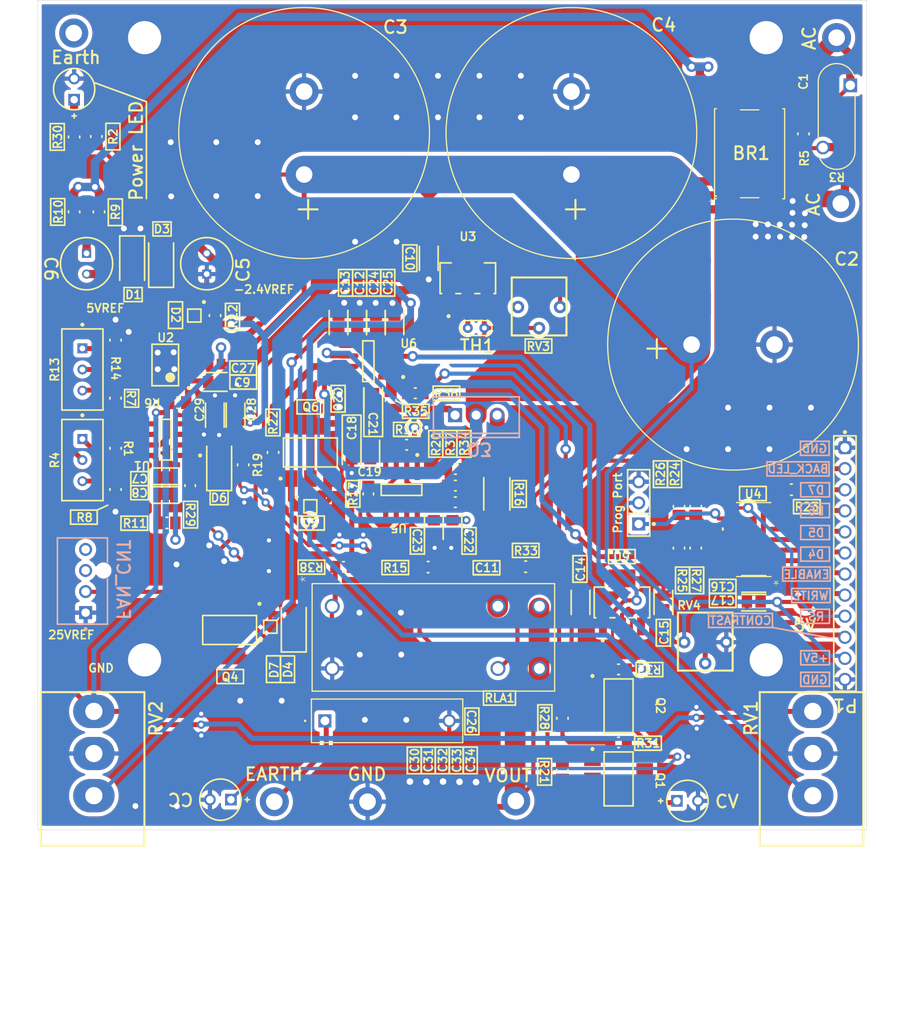
<source format=kicad_pcb>
(kicad_pcb (version 20241229) (generator "pcbnew") (generator_version "9.0")
  (layers (0 "F.Cu" signal "Front") (4 "In1.Cu" signal) (6 "In2.Cu" signal) (2 "B.Cu" signal "Back") (13 "F.Paste" user) (15 "B.Paste" user) (5 "F.SilkS" user "F.Silkscreen") (7 "B.SilkS" user "B.Silkscreen") (1 "F.Mask" user) (3 "B.Mask" user) (25 "Edge.Cuts" user))
  (property "SHEETTOTAL" "1")
  (net 0 "")
  (net 1 "NetQ3_3")
  (net 2 "-2.4VDC")
  (net 3 "5VMCU")
  (net 4 "5VREF")
  (net 5 "25VREF")
  (net 6 "Contrast")
  (net 7 "COUT")
  (net 8 "CSEN")
  (net 9 "D4")
  (net 10 "D5")
  (net 11 "D6")
  (net 12 "D7")
  (net 13 "Enable")
  (net 14 "NetRV3_3")
  (net 15 "NetJ1_2")
  (net 16 "NetBR1_2")
  (net 17 "NetBR1_3")
  (net 18 "NetC1_1")
  (net 19 "NetC5_2")
  (net 20 "NetC6_1")
  (net 21 "NetC6_2")
  (net 22 "NetC7_1")
  (net 23 "NetC11_1")
  (net 24 "NetC12_1")
  (net 25 "NetC13_1")
  (net 26 "OP1V+")
  (net 27 "CC_LED")
  (net 28 "NetP1_2")
  (net 29 "NetQ2_1")
  (net 30 "NetR1_2")
  (net 31 "NetR4_3")
  (net 32 "NetR13_1")
  (net 33 "NetR7_1")
  (net 34 "NetR16_2")
  (net 35 "NetR16_3")
  (net 36 "NetQ3_1")
  (net 37 "NetR17_2")
  (net 38 "NetR13_2")
  (net 39 "R/W")
  (net 40 "RS")
  (net 41 "UPDI")
  (net 42 "VSEN")
  (net 43 "NetR4_2")
  (net 44 "NetD4_K")
  (net 45 "NetR29_1")
  (net 46 "RVPR")
  (net 47 "NetC11_2")
  (net 48 "VOUT")
  (net 49 "NetD6_K")
  (net 50 "NetDS1_1")
  (net 51 "GND")
  (net 52 "NetDS2_1")
  (net 53 "NetDS3_1")
  (net 54 "NetQ1_1")
  (net 55 "NetR17_1")
  (net 56 "NetR20_2")
  (net 57 "NetR34_1")
  (net 58 "NetR36_1")
  (net 59 "VOUT_SEN")
  (net 60 "NetQ1_2")
  (net 61 "NetQ2_2")
  (net 62 "NetR22_2")
  (net 63 "NetR35_1")
  (net 64 "EARTH")
  (footprint "Vault:RESC2013X60X30ML20T20" (layer "F.Cu") (at 114.0921 118.0056)
    (property "Reference" "R11")
    (property "Value" "220E" (hide yes))
  )
  (footprint "Vault:FP-TSW-103-14-G-S-MFG" (layer "F.Cu") (at 171.0221 115.5956 90)
    (property "Reference" "Prog Port")
    (property "Value" "TSW-103-14-G-S" (hide yes))
  )
  (footprint "Vault:FP-GRM21B-0_2-e0_2_0_7-IPC_B" (layer "F.Cu") (at 134.8021 93.85374 90)
    (property "Reference" "C13")
    (property "Value" "1uF" (hide yes))
  )
  (footprint "Vault:ONSC-SOD-123-2-425-04_V" (layer "F.Cu") (at 117.4021 93.0156 -90)
    (property "Reference" "D2")
    (property "Value" "MMSZ4681T1G" (hide yes))
  )
  (footprint "Vault:FP-GRM21B-0_2-e0_2_0_7-IPC_B" (layer "F.Cu") (at 136.72931 103.19403 -90)
    (property "Reference" "C20")
    (property "Value" "15uF" (hide yes))
  )
  (footprint "Vault:RESC2013X60X30ML20T20" (layer "F.Cu") (at 175.8821 121.0456 -90)
    (property "Reference" "R25")
    (property "Value" "25K 0.1%" (hide yes))
  )
  (footprint "NRNE503H3950B1H:PCBComponent_1" (layer "F.Cu") (at 152.4021 94.5156)
    (property "Reference" "TH1")
    (property "Value" "NTC" (hide yes))
  )
  (footprint "Vault:RESC2013X60X30ML20T20" (layer "F.Cu") (at 105.5821 71.4356 90)
    (property "Reference" "R2")
    (property "Value" "5k" (hide yes))
  )
  (footprint "Vault:RESC2013X60X30ML20T20" (layer "F.Cu") (at 107.8971 113.9756 -90)
    (property "Reference" "R8")
    (property "Value" "3.92k" (hide yes))
  )
  (footprint "Generic_0805_RES:Generic_0805_RES" (layer "F.Cu") (at 141.0921 103.2556 -90)
    (property "Reference" "R35")
    (property "Value" "1K 0.1%" (hide yes))
  )
  (footprint "Vault:CAPC2013X95X50LL10T25" (layer "F.Cu") (at 149.4021 151.5156 90)
    (property "Reference" "C33")
    (property "Value" "CAP CER 22UF 35V X5R 0805" (hide yes))
  )
  (footprint "Vault:FP-GRM21B-0_2-e0_2_0_7-IPC_B" (layer "F.Cu") (at 145.6921 86.1156 -90)
    (property "Reference" "C10")
    (property "Value" "10uF" (hide yes))
  )
  (footprint "Vault:RESC2013X60X30ML20T20" (layer "F.Cu") (at 177.9021 121.0456 90)
    (property "Reference" "R27")
    (property "Value" "5k 0.1%" (hide yes))
  )
  (footprint "Vault:FP-3296W-MFG" (layer "F.Cu") (at 103.9021 110.4356 180)
    (property "Reference" "R4")
    (property "Value" "200E" (hide yes))
  )
  (footprint "Vault:FP-GRM21B-0_2-e0_2_0_7-IPC_B" (layer "F.Cu") (at 119.9021 101.0156)
    (property "Reference" "C9")
    (property "Value" "1uF" (hide yes))
  )
  (footprint "Test_Point:PCBComponent_1" (layer "F.Cu") (at 125.3021 92.1156 90)
    (property "Reference" "-2.4VREF")
    (property "Value" "Test  Point" (hide yes))
  )
  (footprint "3mm_TH_input:PCBComponent_1" (layer "F.Cu") (at 102.8521 58.9656)
    (property "Reference" "Earth")
    (property "Value" "EARTH" (hide yes))
  )
  (footprint "Vault:RESC2013X60X30ML20T20" (layer "F.Cu") (at 107.9021 109.0156 -90)
    (property "Reference" "R1")
    (property "Value" "15.8k" (hide yes))
  )
  (footprint "Vault:RESC2013X60X30ML20T20" (layer "F.Cu") (at 119.9021 93.0156 90)
    (property "Reference" "R12")
    (property "Value" "100E" (hide yes))
  )
  (footprint "Vault:FP-D0008A-IPC_A" (layer "F.Cu") (at 138.4021 98.5156 180)
    (property "Reference" "U6")
    (property "Value" "LM358BAIDR" (hide yes))
  )
  (footprint "Generic_0805_RES:Generic_0805_RES" (layer "F.Cu") (at 148.9021 115.5156)
    (property "Reference" "R34")
    (property "Value" "25K 0.1%" (hide yes))
  )
  (footprint "Vault:RESC2013X60X30ML20T20" (layer "F.Cu") (at 177.9021 116.0156 90)
    (property "Reference" "R24")
    (property "Value" "25K 0.1%" (hide yes))
  )
  (footprint "Vault:FP-GRM21B-0_2-e0_2_0_7-IPC_B" (layer "F.Cu") (at 137.0521 93.85778 90)
    (property "Reference" "C12")
    (property "Value" "1uF" (hide yes))
  )
  (footprint "Vault:ONSC-SOD-123-2-425-04_V" (layer "F.Cu") (at 131.4021 116.0156)
    (property "Reference" "D5")
    (property "Value" "MMSZ4681T1G" (hide yes))
  )
  (footprint "Vault:RESC2013X60X30ML20T20" (layer "F.Cu") (at 190.9021 71.1156 90)
    (property "Reference" "R5")
    (property "Value" "100E" (hide yes))
  )
  (footprint "Generic_0805_RES:Generic_0805_RES" (layer "F.Cu") (at 144.0721 102.3756)
    (property "Reference" "R36")
    (property "Value" "25K 0.1%" (hide yes))
  )
  (footprint "Vault:RESC2013X60X30ML20T20" (layer "F.Cu") (at 123.3021 111.0156 90)
    (property "Reference" "R19")
    (property "Value" "5k" (hide yes))
  )
  (footprint "Vault:FP-D0008A-IPC_A" (layer "F.Cu") (at 113.8971 107.9756 180)
    (property "Reference" "U1")
    (property "Value" "LM358BAIDR" (hide yes))
  )
  (footprint "Vault:LTST-LTL-1CHYE" (layer "F.Cu") (at 176.9021 151.5156)
    (property "Reference" "CV")
    (property "Value" "GREEN_CV" (hide yes))
  )
  (footprint "RES_2512_Current_Sence:RES_2512_Current_Sence" (layer "F.Cu") (at 153.9021 114.5156 -90)
    (property "Reference" "R16")
    (property "Value" "0E5" (hide yes))
  )
  (footprint "LGU1J332MELB:CAP_B30_NCH" (layer "F.Cu") (at 162.9021 76.0156 90)
    (property "Reference" "C4")
    (property "Value" "3300uF" (hide yes))
  )
  (footprint "DO-214AC_SMA:DO-214AC_SMA" (layer "F.Cu") (at 120.4021 111.0156 90)
    (property "Reference" "D6")
    (property "Value" "SK15" (hide yes))
  )
  (footprint "3590S-2-502L:PCBComponent_1" (layer "F.Cu") (at 105.2831 145.8086 90)
    (property "Reference" "RV2")
    (property "Value" "3590S-2-503L" (hide yes))
  )
  (footprint "Vault:61301211121" (layer "F.Cu") (at 195.9021 122.9056 -90)
    (property "Reference" "P1")
    (property "Value" "61301211121" (hide yes))
  )
  (footprint "Generic_0805_RES:Generic_0805_RES" (layer "F.Cu") (at 135.4021 123.3056 180)
    (property "Reference" "R38")
    (property "Value" "2.7K" (hide yes))
  )
  (footprint "Vault:LTST-LTL-1CHYE" (layer "F.Cu") (at 120.5521 151.3656 180)
    (property "Reference" "CC")
    (property "Value" "GREEN_CC" (hide yes))
  )
  (footprint "3mm_TH_input:PCBComponent_1" (layer "F.Cu") (at 156.1921 151.5256)
    (property "Reference" "VOUT")
    (property "Value" "VOUT" (hide yes))
  )
  (footprint "Vault:ONSC-SOT-223-4-318E-04_V" (layer "F.Cu") (at 168.5921 140.0656)
    (property "Reference" "Q2")
    (property "Value" "PZT2222AT1G" (hide yes))
  )
  (footprint "3mm_TH_input:PCBComponent_1" (layer "F.Cu") (at 127.0521 151.6156)
    (property "Reference" "EARTH")
    (property "Value" "EARTH" (hide yes))
  )
  (footprint "Vault:FP-3296W-MFG" (layer "F.Cu") (at 103.9021 99.5156 180)
    (property "Reference" "R13")
    (property "Value" "200E" (hide yes))
  )
  (footprint "Vault:FP-LM7805MPX-NOPB-MFG" (layer "F.Cu") (at 169.0021 127.5906 90)
    (property "Reference" "U9")
    (property "Value" "LM7805MPX/NOPB" (hide yes))
  )
  (footprint "CD-DF410S:CD-DF4xxS_BRN" (layer "F.Cu") (at 184.4021 73.5156 90)
    (property "Reference" "BR1")
    (property "Value" "CD-DF410S" (hide yes))
  )
  (footprint "Vault:FP-GRM21B-0_2-e0_2_0_7-IPC_B" (layer "F.Cu") (at 184.9021 127.4937 180)
    (property "Reference" "C17")
    (property "Value" "15uF" (hide yes))
  )
  (footprint "Vault:RESC2013X60X30ML20T20" (layer "F.Cu") (at 107.8971 95.97561 -90)
    (property "Reference" "R14")
    (property "Value" "10k" (hide yes))
  )
  (footprint "Vault:FP-LM7805MPX-NOPB-MFG" (layer "F.Cu") (at 150.4021 88.5156 90)
    (property "Reference" "U3")
    (property "Value" "LM7805MPX/NOPB" (hide yes))
  )
  (footprint "Vault:FP-GRM21B-0_2-e0_2_0_7-IPC_B" (layer "F.Cu") (at 138.9921 103.1856 -90)
    (property "Reference" "C21")
    (property "Value" "15uF" (hide yes))
  )
  (footprint "Vault:CAPC2013X95X50LL10T25" (layer "F.Cu") (at 143.40222 151.51557 90)
    (property "Reference" "C30")
    (property "Value" "CAP CER 22UF 35V X5R 0805" (hide yes))
  )
  (footprint "Generic_0805_RES:Generic_0805_RES" (layer "F.Cu") (at 143.0243 108.58994)
    (property "Reference" "R18")
    (property "Value" "25K 0.1%" (hide yes))
  )
  (footprint "G2RL-2A-DC12:G2RL-2A-DC12_OMR" (layer "F.Cu") (at 134.0421 135.5556 90)
    (property "Reference" "RLA1")
    (property "Value" "G2RL-2A-DC24" (hide yes))
  )
  (footprint "Generic_0805_RES:Generic_0805_RES" (layer "F.Cu") (at 168.5921 135.6656 180)
    (property "Reference" "R32")
    (property "Value" "1K 0.1%" (hide yes))
  )
  (footprint "Vault:FP-GRM21B-0_2-e0_2_0_7-IPC_B" (layer "F.Cu") (at 164.0021 127.5906 90)
    (property "Reference" "C14")
    (property "Value" "15uF" (hide yes))
  )
  (footprint "Vault:RESC2013X60X30ML20T20" (layer "F.Cu") (at 107.8971 102.9756 -90)
    (property "Reference" "R7")
    (property "Value" "10k" (hide yes))
  )
  (footprint "Test_Point:PCBComponent_1" (layer "F.Cu") (at 106.1221 133.5856 90)
    (property "Reference" "GND")
    (property "Value" "Test  Point" (hide yes))
  )
  (footprint "Vault:CAPC2013X95X50LL10T25" (layer "F.Cu") (at 147.4021 151.5156 90)
    (property "Reference" "C32")
    (property "Value" "CAP CER 22UF 35V X5R 0805" (hide yes))
  )
  (footprint "Vault:FP-GRM21B-0_2-e0_2_0_7-IPC_B" (layer "F.Cu") (at 148.5521 118.5156 -90)
    (property "Reference" "C22")
    (property "Value" "15uF" (hide yes))
  )
  (footprint "Vault:RESC2013X60X30ML20T20" (layer "F.Cu") (at 102.9021 80.5156 90)
    (property "Reference" "R10")
    (property "Value" "100E" (hide yes))
  )
  (footprint "3362P-1-502LF:PCBComponent_1" (layer "F.Cu") (at 176.50644 132.38603)
    (property "Reference" "RV4")
    (property "Value" "5K" (hide yes))
  )
  (footprint "LGU1J332MELB:CAP_B30_NCH" (layer "F.Cu") (at 130.6521 76.0156 90)
    (property "Reference" "C3")
    (property "Value" "3300uF" (hide yes))
  )
  (footprint "Vault:FP-GRM21B-0_2-e0_2_0_7-IPC_B" (layer "F.Cu") (at 122.3802 105.0156 90)
    (property "Reference" "C28")
    (property "Value" "15uF" (hide yes))
  )
  (footprint "Generic_0805_RES:Generic_0805_RES" (layer "F.Cu") (at 168.5921 144.4656)
    (property "Reference" "R31")
    (property "Value" "1K 0.1%" (hide yes))
  )
  (footprint "DO-214AC_SMA:DO-214AC_SMA" (layer "F.Cu") (at 109.9021 86.5156 -90)
    (property "Reference" "D1")
    (property "Value" "SK15" (hide yes))
  )
  (footprint "Vault:FP-GRM21B-0_2-e0_2_0_7-IPC_B" (layer "F.Cu") (at 119.8802 105.0156 90)
    (property "Reference" "C29")
    (property "Value" "15uF" (hide yes))
  )
  (footprint "Vault:CAPC2013X95X50LL10T25" (layer "F.Cu") (at 151.4021 151.5156 90)
    (property "Reference" "C34")
    (property "Value" "CAP CER 22UF 35V X5R 0805" (hide yes))
  )
  (footprint "Vault:ONSC-SOT-223-4-318E-04_V" (layer "F.Cu") (at 121.6621 130.9156 -90)
    (property "Reference" "Q4")
    (property "Value" "PZT2222AT1G" (hide yes))
  )
  (footprint "Vault:RESC2013X60X30ML20T20" (layer "F.Cu") (at 161.8121 147.8356 -90)
    (property "Reference" "R21")
    (property "Value" "5k" (hide yes))
  )
  (footprint "Vault:FP-GRM21B-0_2-e0_2_0_7-IPC_B" (layer "F.Cu") (at 174.0021 127.5906 90)
    (property "Reference" "C15")
    (property "Value" "15uF" (hide yes))
  )
  (footprint "Vault:FP-GRM21B-0_2-e0_2_0_7-IPC_B" (layer "F.Cu") (at 138.634747 109.499382 90)
    (property "Reference" "C19")
    (property "Value" "15uF" (hide yes))
  )
  (footprint "Vault:CAPC2013X95X50LL10T25" (layer "F.Cu") (at 119.9021 98.8656)
    (property "Reference" "C27")
    (property "Value" "Capacitor 100 nF +/-10% 50 V 0805" (hide yes))
  )
  (footprint "ATTINY424-SSU:SOIC14_SL_MCH" (layer "F.Cu") (at 184.9021 120.0156 180)
    (property "Reference" "U4")
    (property "Value" "ATTINY424-SSU" (hide yes))
  )
  (footprint "Vault:CAPC2013X95X50LL10T25" (layer "F.Cu") (at 149.1921 123.3756)
    (property "Reference" "C11")
    (property "Value" "Capacitor 100 nF +/-10% 50 V 0805" (hide yes))
  )
  (footprint "Vault:RESC2013X60X30ML20T20" (layer "F.Cu") (at 145.6121 123.3356)
    (property "Reference" "R15")
    (property "Value" "100E" (hide yes))
  )
  (footprint "Vault:RESC2013X60X30ML20T20" (layer "F.Cu") (at 115.4021 103.5156 180)
    (property "Reference" "R6")
    (property "Value" "5k" (hide yes))
  )
  (footprint "Vault:FP-GRM21B-0_2-e0_2_0_7-IPC_B" (layer "F.Cu") (at 136.3802 109.5156 90)
    (property "Reference" "C18")
    (property "Value" "15uF" (hide yes))
  )
  (footprint "Generic_0805_RES:Generic_0805_RES" (layer "F.Cu") (at 138.4021 114.5156 90)
    (property "Reference" "R17")
    (property "Value" "1K 0.1%" (hide yes))
  )
  (footprint "DO-214AC_SMA:DO-214AC_SMA" (layer "F.Cu") (at 113.4021 86.5156 90)
    (property "Reference" "D3")
    (property "Value" "SK15" (hide yes))
  )
  (footprint "Vault:FP-GRM21B-0_2-e0_2_0_7-IPC_B" (layer "F.Cu") (at 184.9021 125.4937 180)
    (property "Reference" "C16")
    (property "Value" "15uF" (hide yes))
  )
  (footprint "TL431BIDG:TL431BIDG" (layer "F.Cu") (at 113.8971 98.9756 180)
    (property "Reference" "U2")
    (property "Value" "Ref" (hide yes))
  )
  (footprint "Vault:RESC2013X60X30ML20T20" (layer "F.Cu") (at 189.4421 114.0056 180)
    (property "Reference" "R23")
    (property "Value" "220E" (hide yes))
  )
  (footprint "Generic_0805_RES:Generic_0805_RES" (layer "F.Cu") (at 148.9021 113.5156 180)
    (property "Reference" "R37")
    (property "Value" "1K 0.1%" (hide yes))
  )
  (footprint "Vault:FP-GRM21B-0_2-e0_2_0_7-IPC_B" (layer "F.Cu") (at 113.9021 112.5156)
    (property "Reference" "C7")
    (property "Value" "15uF" (hide yes))
  )
  (footprint "Test_Point:PCBComponent_1" (layer "F.Cu") (at 102.8221 92.3356 90)
    (property "Reference" "5VREF")
    (property "Value" "Test  Point" (hide yes))
  )
  (footprint "Generic_0805_RES:Generic_0805_RES" (layer "F.Cu") (at 148.9021 111.5156 180)
    (property "Reference" "R20")
    (property "Value" "25K 0.1%" (hide yes))
  )
  (footprint "Test_Point:PCBComponent_1" (layer "F.Cu") (at 191.1221 127.5956 90)
    (property "Reference" "5V")
    (property "Value" "Test  Point" (hide yes))
  )
  (footprint "Vault:FP-D0008A-IPC_A" (layer "F.Cu") (at 142.4021 114.0156 -90)
    (property "Reference" "U5")
    (property "Value" "LM358BAIDR" (hide yes))
  )
  (footprint "Test_Point:PCBComponent_1" (layer "F.Cu") (at 102.3621 133.6756 90)
    (property "Reference" "25VREF")
    (property "Value" "Test  Point" (hide yes))
  )
  (footprint "Vault:CAPC2013X95X50LL10T25" (layer "F.Cu") (at 145.4021 151.5156 90)
    (property "Reference" "C31")
    (property "Value" "CAP CER 22UF 35V X5R 0805" (hide yes))
  )
  (footprint "Vault:LTST-LTL-1CHYE" (layer "F.Cu") (at 102.9021 65.7206 90)
    (property "Reference" "Power LED")
    (property "Value" "RED_PW" (hide yes))
  )
  (footprint "Vault:CAPC2013X95X50LL10T25" (layer "F.Cu") (at 190.9021 67.5156 90)
    (property "Reference" "C1")
    (property "Value" "Capacitor 100 nF +/-10% 50 V 0805" (hide yes))
  )
  (footprint "LGU1J332MELB:CAP_B30_NCH" (layer "F.Cu") (at 177.4021 96.5156)
    (property "Reference" "C2")
    (property "Value" "3300uF" (hide yes))
  )
  (footprint "3mm_TH_input:PCBComponent_1" (layer "F.Cu") (at 138.3021 151.6156)
    (property "Reference" "GND")
    (property "Value" "GND" (hide yes))
  )
  (footprint "Vault:RESC2013X60X30ML20T20" (layer "F.Cu") (at 161.8221 141.5556 -90)
    (property "Reference" "R28")
    (property "Value" "5k" (hide yes))
  )
  (footprint "3362P-1-502LF:PCBComponent_1" (layer "F.Cu") (at 156.45644 91.98603)
    (property "Reference" "RV3")
    (property "Value" "5K" (hide yes))
  )
  (footprint "Vault:FP-GRM21B-0_2-e0_2_0_7-IPC_B" (layer "F.Cu") (at 113.9021 114.5156)
    (property "Reference" "C8")
    (property "Value" "15uF" (hide yes))
  )
  (footprint "CAPPRD250W50D630H1250:CAPPRD250W50D630H1250" (layer "F.Cu") (at 104.4021 85.5156 -90)
    (property "Reference" "C6")
    (property "Value" "47uF" (hide yes))
  )
  (footprint "Vault:ONSC-SOT-223-4-318E-04_V" (layer "F.Cu") (at 168.5921 148.8656)
    (property "Reference" "Q1")
    (property "Value" "PZT2222AT1G" (hide yes))
  )
  (footprint "Vault:RESC2013X60X30ML20T20" (layer "F.Cu") (at 175.8821 116.0256 -90)
    (property "Reference" "R26")
    (property "Value" "5k 0.1%" (hide yes))
  )
  (footprint "Vault:RESC2013X60X30ML20T20" (layer "F.Cu") (at 105.9021 80.5156 90)
    (property "Reference" "R9")
    (property "Value" "100E" (hide yes))
  )
  (footprint "Vault:RESC2013X60X30ML20T20" (layer "F.Cu") (at 126.9021 109.5156 90)
    (property "Reference" "R22")
    (property "Value" "220E" (hide yes))
  )
  (footprint "Vault:FP-GRM21B-0_2-e0_2_0_7-IPC_B" (layer "F.Cu") (at 141.5521 93.85774 90)
    (property "Reference" "C25")
    (property "Value" "15uF" (hide yes))
  )
  (footprint "Vault:ONSC-SOD-123-2-425-04_V" (layer "F.Cu") (at 126.5721 130.5256 90)
    (property "Reference" "D7")
    (property "Value" "MMSZ4681T1G" (hide yes))
  )
  (footprint "MOV-10D271K:VRES_MOV-10D_BRN" (layer "F.Cu") (at 194.9021 69.0156 -90)
    (property "Reference" "R3")
    (property "Value" "MOV-10D271K" (hide yes))
  )
  (footprint "Generic_0805_RES:Generic_0805_RES" (layer "F.Cu") (at 116.9021 113.5156 -90)
    (property "Reference" "R29")
    (property "Value" "2.7K" (hide yes))
  )
  (footprint "3590S-2-502L:PCBComponent_1" (layer "F.Cu") (at 192.0241 145.8086 90)
    (property "Reference" "RV1")
    (property "Value" "3590S-2-503L" (hide yes))
  )
  (footprint "Vault:RESC2013X60X30ML20T20" (layer "F.Cu") (at 157.3821 123.2856 180)
    (property "Reference" "R33")
    (property "Value" "220E" (hide yes))
  )
  (footprint "B32642B6333J:CAP_B32641B--15--5x10.5x18_TDK" (layer "F.Cu") (at 133.1612 141.8656)
    (property "Reference" "C26")
    (property "Value" "B32642B6333J" (hide yes))
  )
  (footprint "Vault:ONSC-SOT-223-4-318E-04_V" (layer "F.Cu") (at 131.4021 109.5156 90)
    (property "Reference" "Q6")
    (property "Value" "PZT2222AT1G" (hide yes))
  )
  (footprint "CAPPRD250W50D630H1250:CAPPRD250W50D630H1250" (layer "F.Cu") (at 118.9021 88.0156 90)
    (property "Reference" "C5")
    (property "Value" "47uF" (hide yes))
  )
  (footprint "Vault:FP-GRM21B-0_2-e0_2_0_7-IPC_B" (layer "F.Cu") (at 139.31673 93.85774 90)
    (property "Reference" "C24")
    (property "Value" "15uF" (hide yes))
  )
  (footprint "3mm_TH_input:PCBComponent_1" (layer "F.Cu") (at 195.4021 79.5156 90)
    (property "Reference" "AC")
    (property "Value" "20VAC" (hide yes))
  )
  (footprint "Vault:FP-GRM21B-0_2-e0_2_0_7-IPC_B" (layer "F.Cu") (at 146.3021 118.5156 -90)
    (property "Reference" "C23")
    (property "Value" "15uF" (hide yes))
  )
  (footprint "Vault:RESC2013X60X30ML20T20" (layer "F.Cu") (at 102.9021 71.4906 90)
    (property "Reference" "R30")
    (property "Value" "5k" (hide yes))
  )
  (footprint "DO-214AC_SMA:DO-214AC_SMA" (layer "F.Cu") (at 129.3987 130.4656 90)
    (property "Reference" "D4")
    (property "Value" "SK15" (hide yes))
  )
  (footprint "3mm_TH_input:PCBComponent_1" (layer "F.Cu") (at 194.9021 59.5156 90)
    (property "Reference" "AC")
    (property "Value" "20VAC" (hide yes))
  )
  (footprint "Vault:FP-470531000-MFG" (layer "B.Cu") (at 103.9021 125.0156 -90)
    (property "Reference" "FAN_CNT")
    (property "Value" "47053-1000" (hide yes))
  )
  (footprint "tip122:TIP122-TO-220-3-90deg" (layer "B.Cu") (at 151.4021 105.0156 -90)
    (property "Reference" "Q3")
    (property "Value" "TIP122G" (hide yes))
  )
  (footprint "LGA1150_1155_1156 CPU Cooler:PCBComponent_1" (layer "B.Cu") (at 186.4021 134.5156 180)
    (property "Reference" "HS1" (hide yes))
    (property "Value" "LGA1155 headsink" (hide yes))
  )
  (gr_line (start 153.2871 110.2856) (end 153.0571 110.4056) (stroke (width 0.2)) (layer "F.Cu") (net 1))
  (gr_line (start 152.7571 119.0556) (end 155.1071 119.0556) (stroke (width 0.4)) (layer "F.Cu") (net 47))
  (gr_line (start 152.5221 110.0856) (end 155.4421 110.0856) (stroke (width 0.7)) (layer "F.Cu") (net 1))
  (gr_line (start 154.5421 110.2956) (end 154.7921 110.4156) (stroke (width 0.2)) (layer "F.Cu") (net 1))
  (gr_line (start 153.2696 118.8206) (end 153.0146 118.5706) (stroke (width 0.2)) (layer "F.Cu") (net 47))
  (gr_line (start 152.7771 118.7856) (end 155.1271 118.7856) (stroke (width 0.4)) (layer "F.Cu") (net 47))
  (gr_line (start 154.5971 118.7206) (end 154.8471 118.5706) (stroke (width 0.2)) (layer "F.Cu") (net 47))
  (gr_line (start 146.2121 101.5156) (end 149.4221 101.5156) (stroke (width 0.2)) (layer "F.SilkS"))
  (gr_line (start 121.1621 91.5406) (end 122.8621 91.5406) (stroke (width 0.2)) (layer "F.SilkS"))
  (gr_line (start 121.1621 94.7506) (end 121.1621 91.5606) (stroke (width 0.2)) (layer "F.SilkS"))
  (gr_line (start 173.7521 143.7156) (end 173.7521 145.4156) (stroke (width 0.2)) (layer "F.SilkS"))
  (gr_line (start 144.7721 148.2406) (end 144.7721 145.0506) (stroke (width 0.2)) (layer "F.SilkS"))
  (gr_line (start 127.7921 134.0406) (end 129.4921 134.0406) (stroke (width 0.2)) (layer "F.SilkS"))
  (gr_line (start 108.4321 69.8356) (end 108.4321 73.0456) (stroke (width 0.2)) (layer "F.SilkS"))
  (gr_line (start 179.5471 126.5056) (end 182.7571 126.5056) (stroke (width 0.2)) (layer "F.SilkS"))
  (gr_line (start 143.0921 148.2406) (end 143.0921 145.0506) (stroke (width 0.2)) (layer "F.SilkS"))
  (gr_line (start 151.5421 148.2406) (end 149.8421 148.2406) (stroke (width 0.2)) (layer "F.SilkS"))
  (gr_line (start 111.7621 117.1956) (end 111.7621 118.8956) (stroke (width 0.2)) (layer "F.SilkS"))
  (gr_line (start 101.7721 78.9156) (end 101.7721 82.1256) (stroke (width 0.2)) (layer "F.SilkS"))
  (gr_line (start 122.8621 91.5406) (end 122.8621 94.7506) (stroke (width 0.2)) (layer "F.SilkS"))
  (gr_line (start 124.9071 101.8756) (end 121.7171 101.8756) (stroke (width 0.2)) (layer "F.SilkS"))
  (gr_line (start 133.0021 104.8756) (end 129.8121 104.8756) (stroke (width 0.2)) (layer "F.SilkS"))
  (gr_line (start 141.588748 87.464057) (end 141.588748 90.674057) (stroke (width 0.2)) (layer "F.SilkS"))
  (gr_line (start 149.0721 110.0856) (end 149.0721 106.8756) (stroke (width 0.2)) (layer "F.SilkS"))
  (gr_line (start 129.4921 134.0406) (end 129.4921 137.2506) (stroke (width 0.2)) (layer "F.SilkS"))
  (gr_line (start 186.4021 115.3156) (end 183.2121 115.3156) (stroke (width 0.2)) (layer "F.SilkS"))
  (gr_line (start 178.8521 126.5406) (end 178.8521 123.3306) (stroke (width 0.2)) (layer "F.SilkS"))
  (gr_line (start 151.0521 122.5656) (end 154.2621 122.5656) (stroke (width 0.2)) (layer "F.SilkS"))
  (gr_line (start 141.4421 107.5856) (end 141.4421 105.8856) (stroke (width 0.2)) (layer "F.SilkS"))
  (gr_line (start 147.3921 110.0856) (end 145.6921 110.0856) (stroke (width 0.2)) (layer "F.SilkS"))
  (gr_line (start 147.3921 106.8756) (end 147.3921 110.0656) (stroke (width 0.2)) (layer "F.SilkS"))
  (gr_line (start 174.4921 110.5356) (end 176.1921 110.5356) (stroke (width 0.2)) (layer "F.SilkS"))
  (gr_line (start 108.7221 82.1656) (end 107.0221 82.1656) (stroke (width 0.2)) (layer "F.SilkS"))
  (gr_line (start 145.6921 106.8756) (end 147.3921 106.8756) (stroke (width 0.2)) (layer "F.SilkS"))
  (gr_line (start 107.0221 78.9556) (end 108.7221 78.9556) (stroke (width 0.2)) (layer "F.SilkS"))
  (gr_line (start 121.4721 114.1156) (end 121.4721 115.8156) (stroke (width 0.2)) (layer "F.SilkS"))
  (gr_line (start 149.8521 145.0306) (end 149.8521 148.2406) (stroke (width 0.2)) (layer "F.SilkS"))
  (gr_line (start 114.6021 83.4256) (end 112.4321 83.4256) (stroke (width 0.2)) (layer "F.SilkS"))
  (gr_line (start 149.8521 145.0306) (end 149.8521 148.2406) (stroke (width 0.2)) (layer "F.SilkS"))
  (gr_line (start 158.8621 139.9356) (end 158.8621 143.1456) (stroke (width 0.2)) (layer "F.SilkS"))
  (gr_line (start 167.3821 121.2156) (end 170.5921 121.2156) (stroke (width 0.2)) (layer "F.SilkS"))
  (gr_line (start 111.6221 67.2356) (end 111.6221 78.9156) (stroke (width 0.2)) (layer "F.SilkS"))
  (gr_line (start 111.7621 118.8956) (end 108.5721 118.8956) (stroke (width 0.2)) (layer "F.SilkS"))
  (gr_line (start 182.7571 126.5056) (end 182.7571 128.2056) (stroke (width 0.2)) (layer "F.SilkS"))
  (gr_line (start 105.6821 116.4656) (end 106.9521 115.8756) (stroke (width 0.2)) (layer "F.SilkS"))
  (gr_line (start 108.9171 89.6356) (end 111.1071 89.6356) (stroke (width 0.2)) (layer "F.SilkS"))
  (gr_line (start 146.4621 148.2406) (end 146.4621 145.0506) (stroke (width 0.2)) (layer "F.SilkS"))
  (gr_line (start 151.0521 124.2556) (end 154.2621 124.2556) (stroke (width 0.2)) (layer "F.SilkS"))
  (gr_line (start 143.1021 145.0306) (end 143.1021 148.2406) (stroke (width 0.2)) (layer "F.SilkS"))
  (gr_line (start 101.7121 73.0856) (end 100.0121 73.0856) (stroke (width 0.2)) (layer "F.SilkS"))
  (gr_line (start 135.6821 112.8956) (end 137.3821 112.8956) (stroke (width 0.2)) (layer "F.SilkS"))
  (gr_line (start 142.5521 84.4956) (end 144.2521 84.4956) (stroke (width 0.2)) (layer "F.SilkS"))
  (gr_line (start 192.9121 115.2056) (end 192.9121 116.9056) (stroke (width 0.2)) (layer "F.SilkS"))
  (gr_line (start 176.1921 110.5356) (end 176.1921 113.7456) (stroke (width 0.2)) (layer "F.SilkS"))
  (gr_line (start 173.1521 129.6406) (end 173.1521 132.8506) (stroke (width 0.2)) (layer "F.SilkS"))
  (gr_line (start 115.9821 91.3606) (end 115.9821 94.5706) (stroke (width 0.2)) (layer "F.SilkS"))
  (gr_line (start 129.9271 122.4956) (end 133.1371 122.4956) (stroke (width 0.2)) (layer "F.SilkS"))
  (gr_line (start 145.166702 121.766279) (end 143.466702 121.766279) (stroke (width 0.2)) (layer "F.SilkS"))
  (gr_line (start 174.4921 113.7456) (end 174.4921 110.5556) (stroke (width 0.2)) (layer "F.SilkS"))
  (gr_line (start 127.8021 134.0306) (end 127.8021 137.2406) (stroke (width 0.2)) (layer "F.SilkS"))
  (gr_line (start 145.6921 110.0856) (end 145.6921 106.8756) (stroke (width 0.2)) (layer "F.SilkS"))
  (gr_line (start 111.1071 91.3356) (end 108.9371 91.3356) (stroke (width 0.2)) (layer "F.SilkS"))
  (gr_line (start 149.0821 106.8756) (end 150.7821 106.8756) (stroke (width 0.2)) (layer "F.SilkS"))
  (gr_line (start 127.8021 137.2406) (end 126.1021 137.2406) (stroke (width 0.2)) (layer "F.SilkS"))
  (gr_line (start 145.166702 118.556279) (end 145.166702 121.766279) (stroke (width 0.2)) (layer "F.SilkS"))
  (gr_line (start 173.9221 136.5356) (end 170.7321 136.5356) (stroke (width 0.2)) (layer "F.SilkS"))
  (gr_line (start 105.6821 116.4656) (end 105.6821 118.1656) (stroke (width 0.2)) (layer "F.SilkS"))
  (gr_line (start 126.1121 134.0306) (end 126.1121 137.2406) (stroke (width 0.2)) (layer "F.SilkS"))
  (gr_line (start 120.1271 137.3756) (end 120.1271 135.6756) (stroke (width 0.2)) (layer "F.SilkS"))
  (gr_line (start 155.7721 112.9056) (end 155.7721 116.1156) (stroke (width 0.2)) (layer "F.SilkS"))
  (gr_line (start 149.4221 103.2156) (end 146.2321 103.2156) (stroke (width 0.2)) (layer "F.SilkS"))
  (gr_line (start 105.6821 118.1656) (end 102.4921 118.1656) (stroke (width 0.2)) (layer "F.SilkS"))
  (gr_line (start 149.4221 101.5156) (end 149.4221 103.2156) (stroke (width 0.2)) (layer "F.SilkS"))
  (gr_line (start 142.5121 103.6956) (end 141.7171 103.2556) (stroke (width 0.2)) (layer "F.SilkS"))
  (gr_line (start 178.8621 126.5406) (end 177.1621 126.5406) (stroke (width 0.2)) (layer "F.SilkS"))
  (gr_line (start 178.8621 123.3306) (end 178.8621 126.5206) (stroke (width 0.2)) (layer "F.SilkS"))
  (gr_line (start 129.7921 104.8756) (end 129.7921 103.1756) (stroke (width 0.2)) (layer "F.SilkS"))
  (gr_line (start 102.4721 118.1656) (end 102.4721 116.4656) (stroke (width 0.2)) (layer "F.SilkS"))
  (gr_line (start 106.7321 69.8356) (end 108.4321 69.8356) (stroke (width 0.2)) (layer "F.SilkS"))
  (gr_line (start 179.5471 124.8056) (end 182.7571 124.8056) (stroke (width 0.2)) (layer "F.SilkS"))
  (gr_line (start 120.1271 135.6756) (end 123.3371 135.6756) (stroke (width 0.2)) (layer "F.SilkS"))
  (gr_line (start 126.1021 134.0306) (end 127.8021 134.0306) (stroke (width 0.2)) (layer "F.SilkS"))
  (gr_line (start 146.2121 103.2156) (end 146.2121 101.5156) (stroke (width 0.2)) (layer "F.SilkS"))
  (gr_line (start 109.7421 113.5256) (end 109.7421 111.8256) (stroke (width 0.2)) (layer "F.SilkS"))
  (gr_line (start 121.4721 115.8156) (end 119.3321 115.8156) (stroke (width 0.2)) (layer "F.SilkS"))
  (gr_line (start 136.498748 90.674057) (end 134.798748 90.674057) (stroke (width 0.2)) (layer "F.SilkS"))
  (gr_line (start 123.3371 135.6756) (end 123.3371 137.3756) (stroke (width 0.2)) (layer "F.SilkS"))
  (gr_line (start 175.4621 126.5406) (end 175.4621 123.3306) (stroke (width 0.2)) (layer "F.SilkS"))
  (gr_line (start 110.6921 101.9256) (end 110.6821 104.0556) (stroke (width 0.2)) (layer "F.SilkS"))
  (gr_line (start 144.7721 145.0306) (end 146.4721 145.0306) (stroke (width 0.2)) (layer "F.SilkS"))
  (gr_line (start 189.7021 115.2056) (end 192.9121 115.2056) (stroke (width 0.2)) (layer "F.SilkS"))
  (gr_line (start 158.8521 143.1456) (end 158.8521 139.9556) (stroke (width 0.2)) (layer "F.SilkS"))
  (gr_line (start 109.7521 113.5156) (end 111.8521 113.5156) (stroke (width 0.2)) (layer "F.SilkS"))
  (gr_line (start 136.498748 87.464057) (end 138.198748 87.464057) (stroke (width 0.2)) (layer "F.SilkS"))
  (gr_line (start 170.5921 121.2156) (end 170.5921 122.9156) (stroke (width 0.2)) (layer "F.SilkS"))
  (gr_line (start 151.7421 143.5356) (end 150.0421 143.5356) (stroke (width 0.2)) (layer "F.SilkS"))
  (gr_line (start 167.3821 122.9156) (end 167.3821 121.2156) (stroke (width 0.2)) (layer "F.SilkS"))
  (gr_line (start 116.1021 115.4056) (end 117.8021 115.4056) (stroke (width 0.2)) (layer "F.SilkS"))
  (gr_line (start 172.7921 110.5356) (end 174.4921 110.5356) (stroke (width 0.2)) (layer "F.SilkS"))
  (gr_line (start 170.7121 134.8356) (end 173.9221 134.8356) (stroke (width 0.2)) (layer "F.SilkS"))
  (gr_line (start 138.198748 90.674057) (end 138.198748 87.484057) (stroke (width 0.2)) (layer "F.SilkS"))
  (gr_line (start 143.2571 124.2456) (end 140.0671 124.2456) (stroke (width 0.2)) (layer "F.SilkS"))
  (gr_line (start 173.1421 132.8506) (end 173.1421 129.6606) (stroke (width 0.2)) (layer "F.SilkS"))
  (gr_line (start 182.7571 128.2056) (end 179.5671 128.2056) (stroke (width 0.2)) (layer "F.SilkS"))
  (gr_line (start 108.5521 118.8956) (end 108.5521 117.1956) (stroke (width 0.2)) (layer "F.SilkS"))
  (gr_line (start 146.4621 145.0306) (end 148.1621 145.0306) (stroke (width 0.2)) (layer "F.SilkS"))
  (gr_line (start 129.8771 117.1756) (end 133.0871 117.1756) (stroke (width 0.2)) (layer "F.SilkS"))
  (gr_line (start 145.7221 105.3956) (end 142.5321 105.3956) (stroke (width 0.2)) (layer "F.SilkS"))
  (gr_line (start 174.4921 110.5356) (end 174.4921 113.7456) (stroke (width 0.2)) (layer "F.SilkS"))
  (gr_line (start 106.7321 73.0456) (end 106.7321 69.8556) (stroke (width 0.2)) (layer "F.SilkS"))
  (gr_line (start 133.1371 124.1956) (end 129.9471 124.1956) (stroke (width 0.2)) (layer "F.SilkS"))
  (gr_line (start 121.1721 91.5406) (end 121.1721 94.7506) (stroke (width 0.2)) (layer "F.SilkS"))
  (gr_line (start 149.8421 148.2406) (end 149.8421 145.0506) (stroke (width 0.2)) (layer "F.SilkS"))
  (gr_line (start 100.0121 73.0856) (end 100.0121 69.8956) (stroke (width 0.2)) (layer "F.SilkS"))
  (gr_line (start 138.198748 87.464057) (end 138.198748 90.674057) (stroke (width 0.2)) (layer "F.SilkS"))
  (gr_line (start 102.4721 116.4656) (end 105.6821 116.4656) (stroke (width 0.2)) (layer "F.SilkS"))
  (gr_line (start 157.4621 112.9056) (end 157.4621 116.1156) (stroke (width 0.2)) (layer "F.SilkS"))
  (gr_line (start 115.9821 94.5706) (end 114.2821 94.5706) (stroke (width 0.2)) (layer "F.SilkS"))
  (gr_line (start 136.498748 87.464057) (end 136.498748 90.674057) (stroke (width 0.2)) (layer "F.SilkS"))
  (gr_line (start 158.8221 146.4056) (end 158.8221 149.6156) (stroke (width 0.2)) (layer "F.SilkS"))
  (gr_line (start 149.0821 110.0856) (end 147.3821 110.0856) (stroke (width 0.2)) (layer "F.SilkS"))
  (gr_line (start 151.400583 118.566236) (end 151.400583 121.776236) (stroke (width 0.2)) (layer "F.SilkS"))
  (gr_line (start 157.3221 97.5356) (end 157.3221 95.8356) (stroke (width 0.2)) (layer "F.SilkS"))
  (gr_line (start 142.5521 87.7056) (end 142.5521 84.5156) (stroke (width 0.2)) (layer "F.SilkS"))
  (gr_line (start 135.60121 104.64713) (end 133.90121 104.64713) (stroke (width 0.2)) (layer "F.SilkS"))
  (gr_line (start 149.0821 110.0856) (end 149.0821 106.8756) (stroke (width 0.2)) (layer "F.SilkS"))
  (gr_line (start 101.7121 69.8756) (end 101.7121 73.0856) (stroke (width 0.2)) (layer "F.SilkS"))
  (gr_line (start 174.8421 129.6406) (end 174.8421 132.8506) (stroke (width 0.2)) (layer "F.SilkS"))
  (gr_line (start 151.7421 140.3256) (end 151.7421 143.5356) (stroke (width 0.2)) (layer "F.SilkS"))
  (gr_line (start 112.4121 81.7256) (end 114.6021 81.7256) (stroke (width 0.2)) (layer "F.SilkS"))
  (gr_line (start 143.2571 122.5456) (end 143.2571 124.2456) (stroke (width 0.2)) (layer "F.SilkS"))
  (gr_line (start 101.7721 82.1256) (end 100.0721 82.1256) (stroke (width 0.2)) (layer "F.SilkS"))
  (gr_line (start 108.5521 117.1956) (end 111.7621 117.1956) (stroke (width 0.2)) (layer "F.SilkS"))
  (gr_line (start 114.2821 91.3606) (end 115.9821 91.3606) (stroke (width 0.2)) (layer "F.SilkS"))
  (gr_line (start 139.898748 87.464057) (end 139.898748 90.674057) (stroke (width 0.2)) (layer "F.SilkS"))
  (gr_line (start 157.4621 116.1156) (end 155.7621 116.1156) (stroke (width 0.2)) (layer "F.SilkS"))
  (gr_line (start 109.7521 111.8256) (end 111.8521 111.8256) (stroke (width 0.2)) (layer "F.SilkS"))
  (gr_line (start 124.8971 100.1756) (end 121.7071 100.1756) (stroke (width 0.2)) (layer "F.SilkS"))
  (gr_line (start 160.5321 97.5356) (end 157.3421 97.5356) (stroke (width 0.2)) (layer "F.SilkS"))
  (gr_line (start 148.1621 148.2406) (end 146.4621 148.2406) (stroke (width 0.2)) (layer "F.SilkS"))
  (gr_line (start 144.6521 105.8856) (end 144.6521 107.5856) (stroke (width 0.2)) (layer "F.SilkS"))
  (gr_line (start 121.7071 100.1856) (end 124.9171 100.1856) (stroke (width 0.2)) (layer "F.SilkS"))
  (gr_line (start 141.4421 107.5756) (end 144.6521 107.5756) (stroke (width 0.2)) (layer "F.SilkS"))
  (gr_line (start 140.12021 104.6387) (end 140.1221 107.5956) (stroke (width 0.2)) (layer "F.SilkS"))
  (gr_line (start 137.514352 108.114893) (end 137.514352 105.033805) (stroke (width 0.2)) (layer "F.SilkS"))
  (gr_line (start 111.8521 111.8256) (end 111.8521 113.5256) (stroke (width 0.2)) (layer "F.SilkS"))
  (gr_line (start 134.798748 90.674057) (end 134.798748 87.484057) (stroke (width 0.2)) (layer "F.SilkS"))
  (gr_line (start 164.7821 121.9506) (end 164.7821 125.1606) (stroke (width 0.2)) (layer "F.SilkS"))
  (gr_line (start 150.7821 106.8756) (end 150.7821 110.0656) (stroke (width 0.2)) (layer "F.SilkS"))
  (gr_line (start 108.4321 73.0456) (end 106.7321 73.0456) (stroke (width 0.2)) (layer "F.SilkS"))
  (gr_line (start 151.400583 121.776236) (end 149.700583 121.776236) (stroke (width 0.2)) (layer "F.SilkS"))
  (gr_line (start 170.7121 136.5256) (end 173.9221 136.5256) (stroke (width 0.2)) (layer "F.SilkS"))
  (gr_line (start 144.7921 148.2406) (end 143.0921 148.2406) (stroke (width 0.2)) (layer "F.SilkS"))
  (gr_line (start 150.7721 110.0856) (end 150.7721 106.8756) (stroke (width 0.2)) (layer "F.SilkS"))
  (gr_line (start 116.1021 118.6156) (end 116.1021 115.4256) (stroke (width 0.2)) (layer "F.SilkS"))
  (gr_line (start 137.3821 112.8956) (end 137.3821 116.1056) (stroke (width 0.2)) (layer "F.SilkS"))
  (gr_line (start 137.8621 107.5956) (end 137.85741 104.6387) (stroke (width 0.2)) (layer "F.SilkS"))
  (gr_line (start 144.7821 145.0306) (end 144.7821 148.2406) (stroke (width 0.2)) (layer "F.SilkS"))
  (gr_line (start 155.7621 116.1156) (end 155.7621 112.9256) (stroke (width 0.2)) (layer "F.SilkS"))
  (gr_line (start 144.2521 84.4956) (end 144.2521 87.7056) (stroke (width 0.2)) (layer "F.SilkS"))
  (gr_line (start 170.5421 145.4156) (end 170.5421 143.7156) (stroke (width 0.2)) (layer "F.SilkS"))
  (gr_line (start 163.0921 121.9506) (end 163.0921 125.1606) (stroke (width 0.2)) (layer "F.SilkS"))
  (gr_line (start 137.3821 116.1056) (end 135.6821 116.1056) (stroke (width 0.2)) (layer "F.SilkS"))
  (gr_line (start 127.738427 107.510534) (end 126.038427 107.510534) (stroke (width 0.2)) (layer "F.SilkS"))
  (gr_line (start 179.5471 126.5056) (end 179.5471 124.8056) (stroke (width 0.2)) (layer "F.SilkS"))
  (gr_line (start 108.5521 118.8856) (end 111.7621 118.8856) (stroke (width 0.2)) (layer "F.SilkS"))
  (gr_line (start 129.7921 103.1756) (end 133.0021 103.1756) (stroke (width 0.2)) (layer "F.SilkS"))
  (gr_line (start 135.60121 101.43713) (end 135.60121 104.64713) (stroke (width 0.2)) (layer "F.SilkS"))
  (gr_line (start 156.1521 138.2756) (end 156.1521 139.9756) (stroke (width 0.2)) (layer "F.SilkS"))
  (gr_line (start 105.3821 64.9556) (end 111.6221 67.2356) (stroke (width 0.2)) (layer "F.SilkS"))
  (gr_line (start 129.9271 124.1956) (end 129.9271 122.4956) (stroke (width 0.2)) (layer "F.SilkS"))
  (gr_line (start 119.3121 114.1156) (end 121.4721 114.1156) (stroke (width 0.2)) (layer "F.SilkS"))
  (gr_line (start 135.6921 112.8956) (end 135.6921 116.1056) (stroke (width 0.2)) (layer "F.SilkS"))
  (gr_line (start 137.498346 105.0178) (end 135.2721 105.0156) (stroke (width 0.2)) (layer "F.SilkS"))
  (gr_line (start 160.5321 95.8356) (end 160.5321 97.5356) (stroke (width 0.2)) (layer "F.SilkS"))
  (gr_line (start 146.4721 148.2406) (end 144.7721 148.2406) (stroke (width 0.2)) (layer "F.SilkS"))
  (gr_line (start 151.5421 145.0306) (end 151.5421 148.2406) (stroke (width 0.2)) (layer "F.SilkS"))
  (gr_line (start 124.9071 98.4856) (end 124.9071 100.1856) (stroke (width 0.2)) (layer "F.SilkS"))
  (gr_line (start 179.5471 128.1956) (end 182.7571 128.1956) (stroke (width 0.2)) (layer "F.SilkS"))
  (gr_line (start 146.4721 145.0306) (end 146.4721 148.2406) (stroke (width 0.2)) (layer "F.SilkS"))
  (gr_line (start 117.8021 118.6156) (end 116.1021 118.6156) (stroke (width 0.2)) (layer "F.SilkS"))
  (gr_line (start 150.0421 140.3256) (end 151.7421 140.3256) (stroke (width 0.2)) (layer "F.SilkS"))
  (gr_line (start 148.1621 145.0306) (end 148.1621 148.2406) (stroke (width 0.2)) (layer "F.SilkS"))
  (gr_line (start 158.9921 120.4756) (end 158.9921 122.1756) (stroke (width 0.2)) (layer "F.SilkS"))
  (gr_line (start 111.1071 89.6356) (end 111.1071 91.3356) (stroke (width 0.2)) (layer "F.SilkS"))
  (gr_line (start 140.0471 124.2356) (end 143.2571 124.2356) (stroke (width 0.2)) (layer "F.SilkS"))
  (gr_line (start 144.7921 145.0306) (end 144.7921 148.2406) (stroke (width 0.2)) (layer "F.SilkS"))
  (gr_line (start 192.9121 116.9056) (end 189.7221 116.9056) (stroke (width 0.2)) (layer "F.SilkS"))
  (gr_line (start 145.7221 103.6956) (end 145.7221 105.3956) (stroke (width 0.2)) (layer "F.SilkS"))
  (gr_line (start 144.2521 87.7056) (end 142.5521 87.7056) (stroke (width 0.2)) (layer "F.SilkS"))
  (gr_line (start 129.8771 118.8656) (end 133.0871 118.8656) (stroke (width 0.2)) (layer "F.SilkS"))
  (gr_line (start 126.1021 137.2406) (end 126.1021 134.0506) (stroke (width 0.2)) (layer "F.SilkS"))
  (gr_line (start 155.7621 112.9056) (end 157.4621 112.9056) (stroke (width 0.2)) (layer "F.SilkS"))
  (gr_line (start 129.4921 137.2506) (end 127.7921 137.2506) (stroke (width 0.2)) (layer "F.SilkS"))
  (gr_line (start 127.7921 137.2506) (end 127.7921 134.0606) (stroke (width 0.2)) (layer "F.SilkS"))
  (gr_line (start 140.1221 107.5956) (end 137.8621 107.5956) (stroke (width 0.2)) (layer "F.SilkS"))
  (gr_line (start 108.9921 101.9256) (end 110.6921 101.9256) (stroke (width 0.2)) (layer "F.SilkS"))
  (gr_line (start 149.0821 106.8756) (end 149.0821 110.0656) (stroke (width 0.2)) (layer "F.SilkS"))
  (gr_line (start 163.0821 125.1606) (end 163.0821 121.9706) (stroke (width 0.2)) (layer "F.SilkS"))
  (gr_line (start 170.5921 122.9156) (end 167.4021 122.9156) (stroke (width 0.2)) (layer "F.SilkS"))
  (gr_line (start 112.4121 83.4256) (end 112.4121 81.7256) (stroke (width 0.2)) (layer "F.SilkS"))
  (gr_line (start 170.5421 145.4056) (end 173.7521 145.4056) (stroke (width 0.2)) (layer "F.SilkS"))
  (gr_line (start 155.7871 122.1756) (end 158.9971 122.1756) (stroke (width 0.2)) (layer "F.SilkS"))
  (gr_line (start 177.1621 126.5406) (end 175.4621 126.5406) (stroke (width 0.2)) (layer "F.SilkS"))
  (gr_line (start 146.4721 145.0306) (end 146.4721 148.2406) (stroke (width 0.2)) (layer "F.SilkS"))
  (gr_line (start 150.0421 143.5356) (end 150.0421 140.3456) (stroke (width 0.2)) (layer "F.SilkS"))
  (gr_line (start 182.7571 126.5056) (end 179.5671 126.5056) (stroke (width 0.2)) (layer "F.SilkS"))
  (gr_line (start 151.0521 124.2656) (end 151.0521 122.5656) (stroke (width 0.2)) (layer "F.SilkS"))
  (gr_line (start 126.038427 107.510534) (end 126.038427 104.320534) (stroke (width 0.2)) (layer "F.SilkS"))
  (gr_line (start 147.3821 110.0856) (end 147.3821 106.8756) (stroke (width 0.2)) (layer "F.SilkS"))
  (gr_line (start 142.5121 105.3956) (end 142.5121 103.6956) (stroke (width 0.2)) (layer "F.SilkS"))
  (gr_line (start 114.2821 94.5706) (end 114.2821 91.3806) (stroke (width 0.2)) (layer "F.SilkS"))
  (gr_line (start 111.8521 115.2156) (end 109.7421 115.2156) (stroke (width 0.2)) (layer "F.SilkS"))
  (gr_line (start 100.0121 69.8756) (end 101.7121 69.8756) (stroke (width 0.2)) (layer "F.SilkS"))
  (gr_line (start 149.8521 148.2406) (end 148.1521 148.2406) (stroke (width 0.2)) (layer "F.SilkS"))
  (gr_line (start 127.8021 134.0406) (end 127.8021 137.2506) (stroke (width 0.2)) (layer "F.SilkS"))
  (gr_line (start 156.1521 139.9756) (end 152.3121 139.9756) (stroke (width 0.2)) (layer "F.SilkS"))
  (gr_line (start 133.90121 104.64713) (end 133.90121 101.45713) (stroke (width 0.2)) (layer "F.SilkS"))
  (gr_line (start 140.0471 122.5456) (end 143.2571 122.5456) (stroke (width 0.2)) (layer "F.SilkS"))
  (gr_line (start 147.3821 106.8756) (end 149.0821 106.8756) (stroke (width 0.2)) (layer "F.SilkS"))
  (gr_line (start 155.7821 122.1756) (end 155.7821 120.4756) (stroke (width 0.2)) (layer "F.SilkS"))
  (gr_line (start 108.9921 104.0456) (end 108.9921 101.9256) (stroke (width 0.2)) (layer "F.SilkS"))
  (gr_line (start 160.5521 139.9356) (end 160.5521 143.1456) (stroke (width 0.2)) (layer "F.SilkS"))
  (gr_line (start 129.8771 118.8756) (end 129.8771 117.1756) (stroke (width 0.2)) (layer "F.SilkS"))
  (gr_line (start 121.6971 100.1856) (end 121.6971 98.4856) (stroke (width 0.2)) (layer "F.SilkS"))
  (gr_line (start 158.8521 139.9356) (end 160.5521 139.9356) (stroke (width 0.2)) (layer "F.SilkS"))
  (gr_line (start 129.9271 124.1856) (end 133.1371 124.1856) (stroke (width 0.2)) (layer "F.SilkS"))
  (gr_line (start 160.5521 143.1456) (end 158.8521 143.1456) (stroke (width 0.2)) (layer "F.SilkS"))
  (gr_line (start 108.7221 78.9556) (end 108.7221 82.1656) (stroke (width 0.2)) (layer "F.SilkS"))
  (gr_line (start 179.5471 128.2056) (end 179.5471 126.5056) (stroke (width 0.2)) (layer "F.SilkS"))
  (gr_line (start 177.1521 126.5406) (end 177.1521 123.3306) (stroke (width 0.2)) (layer "F.SilkS"))
  (gr_line (start 173.7521 145.4156) (end 170.5621 145.4156) (stroke (width 0.2)) (layer "F.SilkS"))
  (gr_line (start 100.0721 82.1256) (end 100.0721 78.9356) (stroke (width 0.2)) (layer "F.SilkS"))
  (gr_line (start 139.898748 90.674057) (end 138.198748 90.674057) (stroke (width 0.2)) (layer "F.SilkS"))
  (gr_line (start 100.0721 78.9156) (end 101.7721 78.9156) (stroke (width 0.2)) (layer "F.SilkS"))
  (gr_line (start 183.1921 113.6156) (end 186.4021 113.6156) (stroke (width 0.2)) (layer "F.SilkS"))
  (gr_line (start 108.9171 91.3356) (end 108.9171 89.6356) (stroke (width 0.2)) (layer "F.SilkS"))
  (gr_line (start 110.6821 104.0556) (end 108.9821 104.0556) (stroke (width 0.2)) (layer "F.SilkS"))
  (gr_line (start 157.3221 95.8356) (end 160.5321 95.8356) (stroke (width 0.2)) (layer "F.SilkS"))
  (gr_line (start 154.2621 122.5656) (end 154.2621 124.2656) (stroke (width 0.2)) (layer "F.SilkS"))
  (gr_line (start 121.7071 101.8756) (end 124.9171 101.8756) (stroke (width 0.2)) (layer "F.SilkS"))
  (gr_line (start 111.8521 113.5256) (end 109.7421 113.5256) (stroke (width 0.2)) (layer "F.SilkS"))
  (gr_line (start 172.8021 110.5356) (end 172.8021 113.7456) (stroke (width 0.2)) (layer "F.SilkS"))
  (gr_line (start 117.8021 115.4056) (end 117.8021 118.6156) (stroke (width 0.2)) (layer "F.SilkS"))
  (gr_line (start 114.6021 81.7256) (end 114.6021 83.4256) (stroke (width 0.2)) (layer "F.SilkS"))
  (gr_line (start 179.5471 126.4956) (end 182.7571 126.4956) (stroke (width 0.2)) (layer "F.SilkS"))
  (gr_line (start 149.8421 145.0306) (end 151.5421 145.0306) (stroke (width 0.2)) (layer "F.SilkS"))
  (gr_line (start 173.9221 134.8356) (end 173.9221 136.5356) (stroke (width 0.2)) (layer "F.SilkS"))
  (gr_line (start 126.038427 104.300534) (end 127.738427 104.300534) (stroke (width 0.2)) (layer "F.SilkS"))
  (gr_line (start 176.1921 113.7456) (end 174.4921 113.7456) (stroke (width 0.2)) (layer "F.SilkS"))
  (gr_line (start 186.4021 113.6156) (end 186.4021 115.3156) (stroke (width 0.2)) (layer "F.SilkS"))
  (gr_line (start 142.5121 103.6956) (end 145.7221 103.6956) (stroke (width 0.2)) (layer "F.SilkS"))
  (gr_line (start 177.1621 126.5406) (end 177.1621 123.3306) (stroke (width 0.2)) (layer "F.SilkS"))
  (gr_line (start 182.7571 124.8056) (end 182.7571 126.5056) (stroke (width 0.2)) (layer "F.SilkS"))
  (gr_line (start 158.8121 146.4056) (end 160.5121 146.4056) (stroke (width 0.2)) (layer "F.SilkS"))
  (gr_line (start 107.0221 82.1656) (end 107.0221 78.9756) (stroke (width 0.2)) (layer "F.SilkS"))
  (gr_line (start 149.700583 121.776236) (end 149.700583 118.586236) (stroke (width 0.2)) (layer "F.SilkS"))
  (gr_line (start 121.6971 98.4856) (end 124.9071 98.4856) (stroke (width 0.2)) (layer "F.SilkS"))
  (gr_line (start 160.5121 149.6156) (end 158.8121 149.6156) (stroke (width 0.2)) (layer "F.SilkS"))
  (gr_line (start 133.1371 122.4956) (end 133.1371 124.1956) (stroke (width 0.2)) (layer "F.SilkS"))
  (gr_line (start 111.8521 113.5156) (end 111.8521 115.2156) (stroke (width 0.2)) (layer "F.SilkS"))
  (gr_line (start 134.798748 87.464057) (end 136.498748 87.464057) (stroke (width 0.2)) (layer "F.SilkS"))
  (gr_line (start 139.888748 87.464057) (end 141.588748 87.464057) (stroke (width 0.2)) (layer "F.SilkS"))
  (gr_line (start 152.2921 138.2756) (end 156.1521 138.2756) (stroke (width 0.2)) (layer "F.SilkS"))
  (gr_line (start 133.90121 101.43713) (end 135.60121 101.43713) (stroke (width 0.2)) (layer "F.SilkS"))
  (gr_line (start 135.2521 105.0256) (end 135.2521 108.0625) (stroke (width 0.2)) (layer "F.SilkS"))
  (gr_line (start 124.9071 100.1756) (end 124.9071 101.8756) (stroke (width 0.2)) (layer "F.SilkS"))
  (gr_line (start 148.1621 145.0306) (end 148.1621 148.2406) (stroke (width 0.2)) (layer "F.SilkS"))
  (gr_line (start 138.198748 87.464057) (end 139.898748 87.464057) (stroke (width 0.2)) (layer "F.SilkS"))
  (gr_line (start 177.1621 123.3306) (end 178.8621 123.3306) (stroke (width 0.2)) (layer "F.SilkS"))
  (gr_line (start 154.2621 124.2656) (end 151.0721 124.2656) (stroke (width 0.2)) (layer "F.SilkS"))
  (gr_line (start 136.498748 90.674057) (end 136.498748 87.484057) (stroke (width 0.2)) (layer "F.SilkS"))
  (gr_line (start 163.0821 121.9506) (end 164.7821 121.9506) (stroke (width 0.2)) (layer "F.SilkS"))
  (gr_line (start 174.4921 113.7456) (end 172.7921 113.7456) (stroke (width 0.2)) (layer "F.SilkS"))
  (gr_line (start 148.1521 148.2406) (end 148.1521 145.0506) (stroke (width 0.2)) (layer "F.SilkS"))
  (gr_line (start 109.7421 115.2156) (end 109.7421 113.5156) (stroke (width 0.2)) (layer "F.SilkS"))
  (gr_line (start 189.7021 116.9056) (end 189.7021 115.2056) (stroke (width 0.2)) (layer "F.SilkS"))
  (gr_line (start 175.4621 123.3306) (end 177.1621 123.3306) (stroke (width 0.2)) (layer "F.SilkS"))
  (gr_line (start 143.0921 145.0306) (end 144.7921 145.0306) (stroke (width 0.2)) (layer "F.SilkS"))
  (gr_line (start 138.198748 90.674057) (end 136.498748 90.674057) (stroke (width 0.2)) (layer "F.SilkS"))
  (gr_line (start 149.700583 118.566236) (end 151.400583 118.566236) (stroke (width 0.2)) (layer "F.SilkS"))
  (gr_line (start 189.7021 116.8956) (end 192.9121 116.8956) (stroke (width 0.2)) (layer "F.SilkS"))
  (gr_line (start 144.6521 107.5856) (end 141.4621 107.5856) (stroke (width 0.2)) (layer "F.SilkS"))
  (gr_line (start 147.3821 110.0856) (end 147.3821 106.8756) (stroke (width 0.2)) (layer "F.SilkS"))
  (gr_line (start 121.6971 100.1756) (end 124.9071 100.1756) (stroke (width 0.2)) (layer "F.SilkS"))
  (gr_line (start 141.588748 90.674057) (end 139.888748 90.674057) (stroke (width 0.2)) (layer "F.SilkS"))
  (gr_line (start 155.7821 120.4756) (end 158.9921 120.4756) (stroke (width 0.2)) (layer "F.SilkS"))
  (gr_line (start 183.1921 115.3156) (end 183.1921 113.6156) (stroke (width 0.2)) (layer "F.SilkS"))
  (gr_line (start 177.1621 123.3306) (end 177.1621 126.5206) (stroke (width 0.2)) (layer "F.SilkS"))
  (gr_line (start 170.5421 143.7156) (end 173.7521 143.7156) (stroke (width 0.2)) (layer "F.SilkS"))
  (gr_line (start 148.1521 145.0306) (end 149.8521 145.0306) (stroke (width 0.2)) (layer "F.SilkS"))
  (gr_line (start 150.7821 110.0856) (end 149.0821 110.0856) (stroke (width 0.2)) (layer "F.SilkS"))
  (gr_line (start 152.2921 139.9756) (end 152.2921 138.2756) (stroke (width 0.2)) (layer "F.SilkS"))
  (gr_line (start 135.6821 116.1056) (end 135.6821 112.9156) (stroke (width 0.2)) (layer "F.SilkS"))
  (gr_line (start 170.7121 136.5356) (end 170.7121 134.8356) (stroke (width 0.2)) (layer "F.SilkS"))
  (gr_line (start 133.0871 118.8756) (end 129.8971 118.8756) (stroke (width 0.2)) (layer "F.SilkS"))
  (gr_line (start 140.0471 124.2456) (end 140.0471 122.5456) (stroke (width 0.2)) (layer "F.SilkS"))
  (gr_line (start 121.6971 101.8756) (end 121.6971 100.1756) (stroke (width 0.2)) (layer "F.SilkS"))
  (gr_line (start 173.1421 129.6406) (end 174.8421 129.6406) (stroke (width 0.2)) (layer "F.SilkS"))
  (gr_line (start 164.7821 125.1606) (end 163.0821 125.1606) (stroke (width 0.2)) (layer "F.SilkS"))
  (gr_line (start 133.0871 117.1756) (end 133.0871 118.8756) (stroke (width 0.2)) (layer "F.SilkS"))
  (gr_line (start 160.5121 146.4056) (end 160.5121 149.6156) (stroke (width 0.2)) (layer "F.SilkS"))
  (gr_line (start 174.5021 110.5356) (end 174.5021 113.7456) (stroke (width 0.2)) (layer "F.SilkS"))
  (gr_line (start 139.888748 90.674057) (end 139.888748 87.484057) (stroke (width 0.2)) (layer "F.SilkS"))
  (gr_line (start 127.738427 104.300534) (end 127.738427 107.510534) (stroke (width 0.2)) (layer "F.SilkS"))
  (gr_line (start 123.3371 137.3756) (end 120.1471 137.3756) (stroke (width 0.2)) (layer "F.SilkS"))
  (gr_line (start 122.8621 94.7506) (end 121.1621 94.7506) (stroke (width 0.2)) (layer "F.SilkS"))
  (gr_line (start 141.4421 105.8856) (end 144.6521 105.8856) (stroke (width 0.2)) (layer "F.SilkS"))
  (gr_line (start 143.466702 118.556279) (end 145.166702 118.556279) (stroke (width 0.2)) (layer "F.SilkS"))
  (gr_line (start 143.466702 121.766279) (end 143.466702 118.576279) (stroke (width 0.2)) (layer "F.SilkS"))
  (gr_line (start 133.0021 103.1756) (end 133.0021 104.8756) (stroke (width 0.2)) (layer "F.SilkS"))
  (gr_line (start 174.8421 132.8506) (end 173.1421 132.8506) (stroke (width 0.2)) (layer "F.SilkS"))
  (gr_line (start 119.3121 115.8156) (end 119.3121 114.1156) (stroke (width 0.2)) (layer "F.SilkS"))
  (gr_line (start 172.7921 113.7456) (end 172.7921 110.5556) (stroke (width 0.2)) (layer "F.SilkS"))
  (gr_line (start 194.0321 130.1156) (end 190.5721 130.1156) (stroke (width 0.2)) (layer "B.SilkS"))
  (gr_line (start 190.5721 114.8656) (end 190.5721 113.1656) (stroke (width 0.2)) (layer "B.SilkS"))
  (gr_line (start 194.0321 113.1656) (end 194.0321 114.8656) (stroke (width 0.2)) (layer "B.SilkS"))
  (gr_line (start 179.4471 128.9156) (end 187.1571 128.9156) (stroke (width 0.2)) (layer "B.SilkS"))
  (gr_line (start 194.03001 118.317507) (end 194.03001 120.017507) (stroke (width 0.2)) (layer "B.SilkS"))
  (gr_line (start 186.49949 112.347889) (end 186.49949 110.647889) (stroke (width 0.2)) (layer "B.SilkS"))
  (gr_line (start 190.5721 133.4156) (end 194.0321 133.4156) (stroke (width 0.2)) (layer "B.SilkS"))
  (gr_line (start 194.034189 136.013722) (end 194.034189 137.713722) (stroke (width 0.2)) (layer "B.SilkS"))
  (gr_line (start 190.538379 109.868188) (end 190.538379 108.168188) (stroke (width 0.2)) (layer "B.SilkS"))
  (gr_line (start 194.124758 125.016121) (end 188.394758 125.020701) (stroke (width 0.2)) (layer "B.SilkS"))
  (gr_line (start 187.159012 130.617653) (end 194.0521 131.8656) (stroke (width 0.2)) (layer "B.SilkS"))
  (gr_line (start 193.998379 109.868188) (end 190.538379 109.868188) (stroke (width 0.2)) (layer "B.SilkS"))
  (gr_line (start 190.5721 120.9156) (end 194.0321 120.9156) (stroke (width 0.2)) (layer "B.SilkS"))
  (gr_line (start 187.1571 130.6156) (end 179.4471 130.6156) (stroke (width 0.2)) (layer "B.SilkS"))
  (gr_line (start 190.5721 113.1656) (end 194.0321 113.1656) (stroke (width 0.2)) (layer "B.SilkS"))
  (gr_line (start 190.57001 120.017507) (end 190.57001 118.317507) (stroke (width 0.2)) (layer "B.SilkS"))
  (gr_line (start 194.0321 120.9156) (end 194.0321 122.6156) (stroke (width 0.2)) (layer "B.SilkS"))
  (gr_line (start 194.117304 125.914577) (end 194.117304 127.614577) (stroke (width 0.2)) (layer "B.SilkS"))
  (gr_line (start 193.998379 108.168188) (end 193.998379 109.868188) (stroke (width 0.2)) (layer "B.SilkS"))
  (gr_line (start 190.5721 135.1156) (end 190.5721 133.4156) (stroke (width 0.2)) (layer "B.SilkS"))
  (gr_line (start 190.5721 115.6656) (end 194.0321 115.6656) (stroke (width 0.2)) (layer "B.SilkS"))
  (gr_line (start 179.4471 130.6156) (end 179.4471 128.9156) (stroke (width 0.2)) (layer "B.SilkS"))
  (gr_line (start 190.574189 137.713722) (end 190.574189 136.013722) (stroke (width 0.2)) (layer "B.SilkS"))
  (gr_line (start 194.0321 114.8656) (end 190.5721 114.8656) (stroke (width 0.2)) (layer "B.SilkS"))
  (gr_line (start 194.03001 120.017507) (end 190.57001 120.017507) (stroke (width 0.2)) (layer "B.SilkS"))
  (gr_line (start 190.538379 108.168188) (end 193.998379 108.168188) (stroke (width 0.2)) (layer "B.SilkS"))
  (gr_line (start 194.0321 122.6156) (end 190.5721 122.6156) (stroke (width 0.2)) (layer "B.SilkS"))
  (gr_line (start 194.0321 117.3656) (end 190.5721 117.3656) (stroke (width 0.2)) (layer "B.SilkS"))
  (gr_line (start 190.5721 122.6156) (end 190.5721 120.9156) (stroke (width 0.2)) (layer "B.SilkS"))
  (gr_line (start 190.5721 130.1156) (end 190.5721 128.4156) (stroke (width 0.2)) (layer "B.SilkS"))
  (gr_line (start 190.57001 118.317507) (end 194.03001 118.317507) (stroke (width 0.2)) (layer "B.SilkS"))
  (gr_line (start 193.97949 112.347889) (end 186.49949 112.347889) (stroke (width 0.2)) (layer "B.SilkS"))
  (gr_line (start 188.394758 123.320701) (end 194.124758 123.320701) (stroke (width 0.2)) (layer "B.SilkS"))
  (gr_line (start 194.034189 137.713722) (end 190.574189 137.713722) (stroke (width 0.2)) (layer "B.SilkS"))
  (gr_line (start 194.0321 128.4156) (end 194.0321 130.1156) (stroke (width 0.2)) (layer "B.SilkS"))
  (gr_line (start 190.5721 117.3656) (end 190.5721 115.6656) (stroke (width 0.2)) (layer "B.SilkS"))
  (gr_line (start 187.159012 128.917653) (end 187.159012 130.617653) (stroke (width 0.2)) (layer "B.SilkS"))
  (gr_line (start 194.122443 123.320701) (end 194.122443 125.017821) (stroke (width 0.2)) (layer "B.SilkS"))
  (gr_line (start 190.574189 136.013722) (end 194.034189 136.013722) (stroke (width 0.2)) (layer "B.SilkS"))
  (gr_line (start 194.0321 135.1156) (end 190.5721 135.1156) (stroke (width 0.2)) (layer "B.SilkS"))
  (gr_line (start 189.483338 125.909354) (end 194.117304 125.914577) (stroke (width 0.2)) (layer "B.SilkS"))
  (gr_line (start 193.983168 110.657592) (end 193.983168 112.357592) (stroke (width 0.2)) (layer "B.SilkS"))
  (gr_line (start 186.49949 110.647889) (end 193.97949 110.647889) (stroke (width 0.2)) (layer "B.SilkS"))
  (gr_line (start 190.5721 128.4156) (end 194.0321 128.4156) (stroke (width 0.2)) (layer "B.SilkS"))
  (gr_line (start 188.394758 125.020701) (end 188.394758 123.320701) (stroke (width 0.2)) (layer "B.SilkS"))
  (gr_line (start 189.479781 127.609431) (end 189.479781 125.909431) (stroke (width 0.2)) (layer "B.SilkS"))
  (gr_line (start 194.0321 133.4156) (end 194.0321 135.1156) (stroke (width 0.2)) (layer "B.SilkS"))
  (gr_line (start 194.0321 115.6656) (end 194.0321 117.3656) (stroke (width 0.2)) (layer "B.SilkS"))
  (gr_line (start 194.117304 127.614577) (end 189.486895 127.616623) (stroke (width 0.2)) (layer "B.SilkS"))
  (gr_line (start 198.5011 55.0036) (end 198.5011 155.0036) (stroke (width 0.05)) (layer "Edge.Cuts"))
  (gr_line (start 198.5011 155.0036) (end 98.5011 155.0036) (stroke (width 0.05)) (layer "Edge.Cuts"))
  (gr_line (start 98.5011 55.0036) (end 198.5011 55.0036) (stroke (width 0.05)) (layer "Edge.Cuts"))
  (gr_line (start 98.5011 155.0036) (end 98.5011 55.0036) (stroke (width 0.05)) (layer "Edge.Cuts"))
  (gr_text "D7" (at 193.5321 114.641238 0) (layer "B.SilkS") (effects (font (size 1 1) (thickness 0.2) (bold yes)) (justify left bottom mirror)))
  (gr_text "RS\n" (at 193.5321 129.891238 0) (layer "B.SilkS") (effects (font (size 1 1) (thickness 0.2) (bold yes)) (justify left bottom mirror)))
  (gr_text "ENABLE\n\n" (at 194.16286 126.424266 0) (layer "B.SilkS") (effects (font (size 1 1) (thickness 0.2) (bold yes)) (justify left bottom mirror)))
  (gr_text "CONTRAST\n" (at 187.1571 130.3656 0) (layer "B.SilkS") (effects (font (size 1 1) (thickness 0.2) (bold yes)) (justify left bottom mirror)))
  (gr_text "D5\n" (at 193.53001 119.793145 0) (layer "B.SilkS") (effects (font (size 1 1) (thickness 0.2) (bold yes)) (justify left bottom mirror)))
  (gr_text "D4\n" (at 193.5321 122.391238 0) (layer "B.SilkS") (effects (font (size 1 1) (thickness 0.2) (bold yes)) (justify left bottom mirror)))
  (gr_text "D6\n" (at 193.5321 117.141238 0) (layer "B.SilkS") (effects (font (size 1 1) (thickness 0.2) (bold yes)) (justify left bottom mirror)))
  (gr_text "BACK_LED\n" (at 194.047191 112.091798 0) (layer "B.SilkS") (effects (font (size 1 1) (thickness 0.2) (bold yes)) (justify left bottom mirror)))
  (gr_text "GND" (at 193.883207 109.643826 0) (layer "B.SilkS") (effects (font (size 1 1) (thickness 0.2) (bold yes)) (justify left bottom mirror)))
  (gr_text "GND\n\n" (at 193.928946 139.121013 0) (layer "B.SilkS") (effects (font (size 1 1) (thickness 0.2) (bold yes)) (justify left bottom mirror)))
  (gr_text "+5V\n\n" (at 194.057168 136.492439 0) (layer "B.SilkS") (effects (font (size 1 1) (thickness 0.2) (bold yes)) (justify left bottom mirror)))
  (gr_text "WRITE\n" (at 194.040417 127.382495 0) (layer "B.SilkS") (effects (font (size 1 1) (thickness 0.2) (bold yes)) (justify left bottom mirror)))
  (segment (start 155.3021 111.54061) (end 155.3021 111.3906) (width 1.2) (layer "F.Cu") (net 1))
  (segment (start 152.5221 111.3906) (end 152.5221 108.3956) (width 1.2) (layer "F.Cu") (net 1))
  (segment (start 153.9421 106.9756) (end 155.3021 108.3356) (width 1.2) (layer "F.Cu") (net 1))
  (segment (start 153.9421 108.95661) (end 153.9421 106.9756) (width 2.5) (layer "F.Cu") (net 1))
  (segment (start 152.5221 111.5406) (end 152.5221 111.3906) (width 1.2) (layer "F.Cu") (net 1))
  (segment (start 155.3021 111.3906) (end 155.3021 108.3356) (width 1.2) (layer "F.Cu") (net 1))
  (segment (start 152.5221 108.3956) (end 153.9421 106.9756) (width 1.2) (layer "F.Cu") (net 1))
  (segment (start 153.9421 106.9756) (end 153.9421 105.0156) (width 1.8) (layer "F.Cu") (net 1))
  (segment (start 119.1421 94.6506) (end 119.7521 94.0406) (width 0.8) (layer "F.Cu") (net 2))
  (segment (start 146.4021 117.68981) (end 148.4021 117.68981) (width 0.6) (layer "F.Cu") (net 2))
  (segment (start 143.5021 91.5156) (end 143.5021 94.15144) (width 0.8) (layer "F.Cu") (net 2))
  (segment (start 141.31673 96.31833) (end 141.52933 96.53093) (width 0.6) (layer "F.Cu") (net 2))
  (segment (start 121.9021 94.0156) (end 123.4021 94.0156) (width 0.8) (layer "F.Cu") (net 2))
  (segment (start 119.9146 94.0281) (end 121.8896 94.0281) (width 0.8) (layer "F.Cu") (net 2))
  (segment (start 122.3802 105.84138) (end 122.42011 105.8813) (width 0.8) (layer "F.Cu") (net 2))
  (segment (start 139.31673 94.68352) (end 141.31673 94.68352) (width 1) (layer "F.Cu") (net 2))
  (segment (start 148.4073 117.68461) (end 148.4021 117.68981) (width 0.8) (layer "F.Cu") (net 2))
  (segment (start 144.3071 117.34672) (end 144.65019 117.68981) (width 0.6) (layer "F.Cu") (net 2))
  (segment (start 119.9021 94.0406) (end 119.9146 94.0281) (width 0.8) (layer "F.Cu") (net 2))
  (segment (start 146.4021 117.68981) (end 146.4021 117.68981) (width 0.6) (layer "F.Cu") (net 2))
  (segment (start 142.97002 94.68352) (end 141.5521 94.68352) (width 0.8) (layer "F.Cu") (net 2))
  (segment (start 116.3107 106.0706) (end 117.2402 106.0706) (width 0.6) (layer "F.Cu") (net 2))
  (segment (start 119.8802 105.84138) (end 122.3802 105.84138) (width 0.6) (layer "F.Cu") (net 2))
  (segment (start 143.5021 94.15144) (end 142.97002 94.68352) (width 0.8) (layer "F.Cu") (net 2))
  (segment (start 150.22967 117.67942) (end 150.22448 117.68461) (width 0.8) (layer "F.Cu") (net 2))
  (segment (start 124.0932 105.8813) (end 124.13312 105.92121) (width 0.8) (layer "F.Cu") (net 2))
  (segment (start 150.22448 117.68461) (end 148.4073 117.68461) (width 0.8) (layer "F.Cu") (net 2))
  (segment (start 144.65019 117.68981) (end 146.4021 117.68981) (width 0.6) (layer "F.Cu") (net 2))
  (segment (start 140.8157 96.6106) (end 141.14174 96.28456) (width 0.6) (layer "F.Cu") (net 2))
  (segment (start 141.31673 94.68352) (end 141.54404 94.45621) (width 0.8) (layer "F.Cu") (net 2))
  (segment (start 141.31673 96.31833) (end 141.31673 95.86105) (width 0.6) (layer "F.Cu") (net 2))
  (segment (start 117.4021 94.6506) (end 119.1421 94.6506) (width 0.8) (layer "F.Cu") (net 2))
  (segment (start 117.46943 105.84138) (end 119.8802 105.84138) (width 0.6) (layer "F.Cu") (net 2))
  (segment (start 119.7521 94.0406) (end 119.9021 94.0406) (width 0.8) (layer "F.Cu") (net 2))
  (segment (start 117.2402 106.0706) (end 117.46943 105.84138) (width 0.6) (layer "F.Cu") (net 2))
  (segment (start 123.4021 94.0156) (end 125.3021 92.1156) (width 0.8) (layer "F.Cu") (net 2))
  (segment (start 121.8896 94.0281) (end 121.9021 94.0156) (width 0.8) (layer "F.Cu") (net 2))
  (segment (start 141.31673 95.86105) (end 141.31673 94.68352) (width 0.6) (layer "F.Cu") (net 2))
  (segment (start 144.3071 117.34672) (end 144.3071 116.4292) (width 0.6) (layer "F.Cu") (net 2))
  (segment (start 122.42011 105.8813) (end 124.0932 105.8813) (width 0.8) (layer "F.Cu") (net 2))
  (via (at 124.13312 105.92121) (size 1) (drill 0.5) (layers "F.Cu" "B.Cu") (net 2))
  (via (at 150.22967 117.67942) (size 1) (drill 0.5) (layers "F.Cu" "B.Cu") (net 2))
  (via (at 143.5021 91.5156) (size 1.27) (drill 0.7112) (layers "F.Cu" "B.Cu") (net 2))
  (via (at 121.9021 94.0156) (size 1.27) (drill 0.7112) (layers "F.Cu" "B.Cu") (net 2))
  (arc (start 141.31673 95.86105) (mid 141.271262 96.090167) (end 141.141748 96.284559) (width 0.6) (layer "F.Cu") (net 2))
  (segment (start 125.08642 105.83128) (end 124.22304 105.83128) (width 0.8) (layer "B.Cu") (net 2))
  (segment (start 143.5021 93.0056) (end 142.4021 94.1056) (width 0.8) (layer "B.Cu") (net 2))
  (segment (start 143.5021 91.5156) (end 143.5021 93.0056) (width 0.8) (layer "B.Cu") (net 2))
  (segment (start 141.4021 89.5156) (end 131.9021 89.5156) (width 0.8) (layer "B.Cu") (net 2))
  (segment (start 143.4021 91.5156) (end 141.4021 89.5156) (width 0.8) (layer "B.Cu") (net 2))
  (segment (start 125.9021 95.5156) (end 125.9021 105.0156) (width 0.8) (layer "B.Cu") (net 2))
  (segment (start 121.9021 94.0156) (end 124.4021 94.0156) (width 0.8) (layer "B.Cu") (net 2))
  (segment (start 136.93592 117.67942) (end 150.22967 117.67942) (width 0.8) (layer "B.Cu") (net 2))
  (segment (start 131.3321 112.0756) (end 136.93592 117.67942) (width 0.8) (layer "B.Cu") (net 2))
  (segment (start 142.4021 94.1056) (end 133.0521 94.1056) (width 0.8) (layer "B.Cu") (net 2))
  (segment (start 131.3321 95.8256) (end 131.3321 112.0756) (width 0.8) (layer "B.Cu") (net 2))
  (segment (start 124.22304 105.83128) (end 124.13312 105.92121) (width 0.8) (layer "B.Cu") (net 2))
  (segment (start 143.5021 91.5156) (end 143.4021 91.5156) (width 0.8) (layer "B.Cu") (net 2))
  (segment (start 124.4021 94.0156) (end 125.9021 95.5156) (width 0.8) (layer "B.Cu") (net 2))
  (segment (start 133.0521 94.1056) (end 131.3321 95.8256) (width 0.8) (layer "B.Cu") (net 2))
  (segment (start 131.9021 89.5156) (end 125.9021 95.5156) (width 0.8) (layer "B.Cu") (net 2))
  (segment (start 125.9021 105.0156) (end 125.08642 105.83128) (width 0.8) (layer "B.Cu") (net 2))
  (segment (start 187.7321 127.5356) (end 185.76979 127.5356) (width 0.5) (layer "F.Cu") (net 3))
  (segment (start 174.0221 130.9956) (end 174.0221 128.43638) (width 0.5) (layer "F.Cu") (net 3))
  (segment (start 174.0221 128.43638) (end 174.0021 128.41638) (width 0.5) (layer "F.Cu") (net 3))
  (segment (start 186.0552 123.5156) (end 186.34461 123.805) (width 0.6) (layer "F.Cu") (net 3))
  (segment (start 187.7321 127.5356) (end 191.0621 127.5356) (width 0.5) (layer "F.Cu") (net 3))
  (segment (start 187.0621 114.0056) (end 188.4171 114.0056) (width 0.6) (layer "F.Cu") (net 3))
  (segment (start 171.3021 129.8906) (end 172.449 128.7437) (width 0.6) (layer "F.Cu") (net 3))
  (segment (start 185.72789 127.4937) (end 185.72789 125.4937) (width 0.6) (layer "F.Cu") (net 3))
  (segment (start 185.76979 127.5356) (end 185.72789 127.4937) (width 0.5) (layer "F.Cu") (net 3))
  (segment (start 191.0621 127.5356) (end 191.1221 127.5956) (width 0.5) (layer "F.Cu") (net 3))
  (segment (start 186.34461 123.805) (end 187.5358 123.805) (width 0.6) (layer "F.Cu") (net 3))
  (segment (start 175.41253 132.38603) (end 174.0221 130.9956) (width 0.5) (layer "F.Cu") (net 3))
  (segment (start 186.0552 124.0944) (end 186.34461 123.805) (width 0.6) (layer "F.Cu") (net 3))
  (segment (start 186.0552 123.5156) (end 186.0552 115.0125) (width 0.6) (layer "F.Cu") (net 3))
  (segment (start 185.72789 125.4937) (end 186.0552 125.16638) (width 0.6) (layer "F.Cu") (net 3))
  (segment (start 174.384734 128.799014) (end 174.29132 128.7056) (width 0.5) (layer "F.Cu") (net 3))
  (segment (start 173.67478 128.7437) (end 174.0021 128.41638) (width 0.6) (layer "F.Cu") (net 3))
  (segment (start 176.50644 132.38603) (end 175.41253 132.38603) (width 0.5) (layer "F.Cu") (net 3))
  (segment (start 186.0552 125.16638) (end 186.0552 123.5156) (width 0.6) (layer "F.Cu") (net 3))
  (segment (start 171.3021 130.4906) (end 171.3021 129.8906) (width 0.6) (layer "F.Cu") (net 3))
  (segment (start 186.0552 115.0125) (end 187.0621 114.0056) (width 0.6) (layer "F.Cu") (net 3))
  (segment (start 172.449 128.7437) (end 173.67478 128.7437) (width 0.6) (layer "F.Cu") (net 3))
  (via (at 187.7321 127.5356) (size 1.27) (drill 0.7112) (layers "F.Cu" "B.Cu") (net 3))
  (segment (start 171.0121 115.5856) (end 171.0221 115.5956) (width 0.5) (layer "B.Cu") (net 3))
  (segment (start 176.50644 129.15994) (end 168.9321 121.5856) (width 0.5) (layer "B.Cu") (net 3))
  (segment (start 187.7321 127.7656) (end 193.9921 134.0256) (width 0.5) (layer "B.Cu") (net 3))
  (segment (start 178.13078 127.5356) (end 187.7321 127.5356) (width 0.5) (layer "B.Cu") (net 3))
  (segment (start 168.9321 121.5856) (end 168.9321 116.5056) (width 0.5) (layer "B.Cu") (net 3))
  (segment (start 195.5921 134.0256) (end 195.9021 134.3356) (width 0.5) (layer "B.Cu") (net 3))
  (segment (start 176.50644 129.15994) (end 178.13078 127.5356) (width 0.5) (layer "B.Cu") (net 3))
  (segment (start 176.50644 132.38603) (end 176.50644 129.15994) (width 0.5) (layer "B.Cu") (net 3))
  (segment (start 169.8521 115.5856) (end 171.0121 115.5856) (width 0.5) (layer "B.Cu") (net 3))
  (segment (start 187.7321 127.5356) (end 187.7321 127.7656) (width 0.5) (layer "B.Cu") (net 3))
  (segment (start 193.9921 134.0256) (end 195.5921 134.0256) (width 0.5) (layer "B.Cu") (net 3))
  (segment (start 168.9321 116.5056) (end 169.8521 115.5856) (width 0.5) (layer "B.Cu") (net 3))
  (segment (start 116.5746 103.3681) (end 116.5746 100.9037) (width 0.6) (layer "F.Cu") (net 4))
  (segment (start 116.4271 103.5156) (end 116.5746 103.3681) (width 0.6) (layer "F.Cu") (net 4))
  (segment (start 116.5977 100.8806) (end 116.7221 100.8806) (width 0.6) (layer "F.Cu") (net 4))
  (segment (start 118.95089 100.89017) (end 119.07632 101.0156) (width 0.6) (layer "F.Cu") (net 4))
  (segment (start 101.5221 102.8956) (end 101.5221 93.6356) (width 0.4) (layer "F.Cu") (net 4))
  (segment (start 101.5221 93.6356) (end 102.8221 92.3356) (width 0.4) (layer "F.Cu") (net 4))
  (segment (start 113.5471 100.8806) (end 116.23563 100.8806) (width 0.6) (layer "F.Cu") (net 4))
  (segment (start 111.47927 106.06637) (end 111.4835 106.0706) (width 0.6) (layer "F.Cu") (net 4))
  (segment (start 111.4835 106.0706) (end 111.2621 105.8492) (width 0.6) (layer "F.Cu") (net 4))
  (segment (start 102.62711 104.00061) (end 101.5221 102.8956) (width 0.4) (layer "F.Cu") (net 4))
  (segment (start 107.8971 104.00061) (end 108.0471 104.00061) (width 0.6) (layer "F.Cu") (net 4))
  (segment (start 111.2621 103.1656) (end 113.5471 100.8806) (width 0.6) (layer "F.Cu") (net 4))
  (segment (start 119.07632 101.0156) (end 119.12671 100.9652) (width 0.6) (layer "F.Cu") (net 4))
  (segment (start 119.12671 100.9652) (end 119.12671 99.06599) (width 0.6) (layer "F.Cu") (net 4))
  (segment (start 116.21254 100.9037) (end 116.23563 100.8806) (width 0.6) (layer "F.Cu") (net 4))
  (segment (start 111.2621 105.8492) (end 111.2621 103.1656) (width 0.6) (layer "F.Cu") (net 4))
  (segment (start 119.12671 99.06599) (end 119.1771 99.0156) (width 0.6) (layer "F.Cu") (net 4))
  (segment (start 116.23563 100.8806) (end 116.5977 100.8806) (width 0.6) (layer "F.Cu") (net 4))
  (segment (start 116.73167 100.89017) (end 118.95089 100.89017) (width 0.6) (layer "F.Cu") (net 4))
  (segment (start 108.0471 104.00061) (end 110.11286 106.06637) (width 0.6) (layer "F.Cu") (net 4))
  (segment (start 116.7221 100.8806) (end 116.73167 100.89017) (width 0.6) (layer "F.Cu") (net 4))
  (segment (start 110.11286 106.06637) (end 111.47927 106.06637) (width 0.6) (layer "F.Cu") (net 4))
  (segment (start 116.5746 100.9037) (end 116.5977 100.8806) (width 0.6) (layer "F.Cu") (net 4))
  (segment (start 107.8971 104.00061) (end 102.62711 104.00061) (width 0.4) (layer "F.Cu") (net 4))
  (segment (start 111.4835 108.6106) (end 111.48774 108.60637) (width 0.6) (layer "F.Cu") (net 5))
  (segment (start 107.9021 107.9906) (end 108.0521 107.9906) (width 0.6) (layer "F.Cu") (net 5))
  (segment (start 105.2831 140.7286) (end 102.3621 137.8076) (width 0.6) (layer "F.Cu") (net 5))
  (segment (start 178.0221 141.4456) (end 177.9721 141.4956) (width 0.5) (layer "F.Cu") (net 5))
  (segment (start 186.8421 141.4456) (end 178.0221 141.4456) (width 0.6) (layer "F.Cu") (net 5))
  (segment (start 108.0521 107.9906) (end 108.6721 108.6106) (width 0.6) (layer "F.Cu") (net 5))
  (segment (start 114.0321 103.6456) (end 114.2471 103.6456) (width 0.5) (layer "F.Cu") (net 5))
  (segment (start 110.3451 140.7286) (end 105.2831 140.7286) (width 0.6) (layer "F.Cu") (net 5))
  (segment (start 118.2221 142.3256) (end 111.9421 142.3256) (width 0.6) (layer "F.Cu") (net 5))
  (segment (start 108.6721 108.6106) (end 111.4835 108.6106) (width 0.6) (layer "F.Cu") (net 5))
  (segment (start 111.48774 108.60637) (end 113.26634 108.60637) (width 0.6) (layer "F.Cu") (net 5))
  (segment (start 113.26634 108.60637) (end 114.1621 107.71061) (width 0.6) (layer "F.Cu") (net 5))
  (segment (start 187.5591 140.7286) (end 186.8421 141.4456) (width 0.6) (layer "F.Cu") (net 5))
  (segment (start 111.9421 142.3256) (end 110.3451 140.7286) (width 0.6) (layer "F.Cu") (net 5))
  (segment (start 113.706219 104.711481) (end 114.1621 104.2556) (width 0.6) (layer "F.Cu") (net 5))
  (segment (start 192.0241 140.7286) (end 187.5591 140.7286) (width 0.6) (layer "F.Cu") (net 5))
  (segment (start 114.2471 103.6456) (end 114.3771 103.5156) (width 0.5) (layer "F.Cu") (net 5))
  (segment (start 112.779143 104.711481) (end 113.706219 104.711481) (width 0.6) (layer "F.Cu") (net 5))
  (segment (start 114.1621 107.71061) (end 114.1621 104.2556) (width 0.6) (layer "F.Cu") (net 5))
  (segment (start 102.3621 137.8076) (end 102.3621 133.6756) (width 0.6) (layer "F.Cu") (net 5))
  (via (at 177.9721 141.4956) (size 1) (drill 0.5) (layers "F.Cu" "B.Cu") (net 5))
  (via (at 112.779143 104.711481) (size 1) (drill 0.5) (layers "F.Cu" "B.Cu") (net 5))
  (via (at 118.2221 142.3256) (size 1) (drill 0.5) (layers "F.Cu" "B.Cu") (net 5))
  (segment (start 105.2831 133.3546) (end 105.2831 140.7286) (width 0.6) (layer "B.Cu") (net 5))
  (segment (start 177.9721 141.4956) (end 175.8321 141.4956) (width 0.6) (layer "B.Cu") (net 5))
  (segment (start 124.3821 143.9856) (end 122.6521 142.2556) (width 0.6) (layer "B.Cu") (net 5))
  (segment (start 112.7621 104.9156) (end 112.7621 125.8756) (width 0.6) (layer "B.Cu") (net 5))
  (segment (start 122.6521 142.2556) (end 118.2921 142.2556) (width 0.6) (layer "B.Cu") (net 5))
  (segment (start 118.2921 142.2556) (end 118.2221 142.3256) (width 0.5) (layer "B.Cu") (net 5))
  (segment (start 112.779143 104.898557) (end 112.7621 104.9156) (width 0.6) (layer "B.Cu") (net 5))
  (segment (start 175.8321 141.4956) (end 173.3421 143.9856) (width 0.6) (layer "B.Cu") (net 5))
  (segment (start 173.3421 143.9856) (end 124.3821 143.9856) (width 0.6) (layer "B.Cu") (net 5))
  (segment (start 112.7621 125.8756) (end 105.2831 133.3546) (width 0.6) (layer "B.Cu") (net 5))
  (segment (start 112.779143 104.711481) (end 112.779143 104.898557) (width 0.6) (layer "B.Cu") (net 5))
  (segment (start 181.3321 130.0156) (end 189.9021 130.0156) (width 0.6) (layer "F.Cu") (net 6))
  (segment (start 179.04644 132.30126) (end 181.3321 130.0156) (width 0.6) (layer "F.Cu") (net 6))
  (segment (start 179.04644 132.30126) (end 179.04644 134.92603) (width 0.6) (layer "F.Cu") (net 6))
  (segment (start 189.9021 130.0156) (end 191.22714 131.34064) (width 0.6) (layer "F.Cu") (net 6))
  (segment (start 191.65063 131.5156) (end 195.37358 131.5156) (width 0.6) (layer "F.Cu") (net 6))
  (segment (start 195.79709 131.69058) (end 195.9021 131.7956) (width 0.6) (layer "F.Cu") (net 6))
  (arc (start 195.37358 131.5156) (mid 195.602697 131.561068) (end 195.797089 131.690582) (width 0.6) (layer "F.Cu") (net 6))
  (arc (start 191.65063 131.5156) (mid 191.421534 131.470141) (end 191.227154 131.340651) (width 0.6) (layer "F.Cu") (net 6))
  (segment (start 143.9021 108.5156) (end 144.2521 108.8656) (width 0.5) (layer "F.Cu") (net 7))
  (segment (start 133.4021 97.5156) (end 133.5834 97.5156) (width 0.6) (layer "F.Cu") (net 7))
  (segment (start 143.9632 108.52884) (end 144.0243 108.58994) (width 0.8) (layer "F.Cu") (net 7))
  (segment (start 135.98427 97.87637) (end 135.9885 97.8806) (width 0.6) (layer "F.Cu") (net 7))
  (segment (start 143.9021 106.5156) (end 143.9632 106.5767) (width 0.8) (layer "F.Cu") (net 7))
  (segment (start 133.5834 97.5156) (end 133.94417 97.87637) (width 0.6) (layer "F.Cu") (net 7))
  (segment (start 144.2521 108.8656) (end 144.28774 108.98992) (width 0.5) (layer "F.Cu") (net 7))
  (segment (start 166.0871 122.0706) (end 175.8821 122.0706) (width 0.6) (layer "F.Cu") (net 7))
  (segment (start 163.3921 119.3756) (end 166.0871 122.0706) (width 0.6) (layer "F.Cu") (net 7))
  (segment (start 144.3071 111.602) (end 144.3071 109.12771) (width 0.5) (layer "F.Cu") (net 7))
  (segment (start 133.94417 97.87637) (end 135.98427 97.87637) (width 0.6) (layer "F.Cu") (net 7))
  (segment (start 143.9632 108.52884) (end 143.9632 106.5767) (width 0.6) (layer "F.Cu") (net 7))
  (via (at 143.9021 106.5156) (size 1.27) (drill 0.7112) (layers "F.Cu" "B.Cu") (net 7))
  (via (at 133.4021 97.5156) (size 1.27) (drill 0.7112) (layers "F.Cu" "B.Cu") (net 7))
  (via (at 163.3921 119.3756) (size 1.27) (drill 0.7112) (layers "F.Cu" "B.Cu") (net 7))
  (arc (start 144.28774 108.989922) (mid 144.302237 109.058139) (end 144.3071 109.12771) (width 0.5) (layer "F.Cu") (net 7))
  (segment (start 155.4021 102.5856) (end 159.3321 106.5156) (width 0.6) (layer "B.Cu") (net 7))
  (segment (start 133.4021 97.5156) (end 133.4371 97.5506) (width 0.6) (layer "B.Cu") (net 7))
  (segment (start 159.3321 106.5156) (end 159.3321 115.3156) (width 0.6) (layer "B.Cu") (net 7))
  (segment (start 133.4371 97.5506) (end 136.0371 97.5506) (width 0.6) (layer "B.Cu") (net 7))
  (segment (start 143.9021 105.4856) (end 146.8021 102.5856) (width 0.6) (layer "B.Cu") (net 7))
  (segment (start 159.3321 115.3156) (end 163.3921 119.3756) (width 0.6) (layer "B.Cu") (net 7))
  (segment (start 146.8021 102.5856) (end 155.4021 102.5856) (width 0.6) (layer "B.Cu") (net 7))
  (segment (start 136.0371 97.5506) (end 143.9021 105.4156) (width 0.6) (layer "B.Cu") (net 7))
  (segment (start 143.9021 106.5156) (end 143.9021 105.4856) (width 0.6) (layer "B.Cu") (net 7))
  (segment (start 143.9021 105.4156) (end 143.9021 106.5156) (width 0.6) (layer "B.Cu") (net 7))
  (segment (start 177.9021 120.0206) (end 182.2428 120.0206) (width 0.3) (layer "F.Cu") (net 8))
  (segment (start 175.8821 120.0206) (end 177.9021 120.0206) (width 0.6) (layer "F.Cu") (net 8))
  (segment (start 182.2428 120.0206) (end 182.2478 120.0156) (width 0.3) (layer "F.Cu") (net 8))
  (segment (start 187.5564 120.0156) (end 191.9021 120.0156) (width 0.6) (layer "F.Cu") (net 9))
  (segment (start 195.7821 121.5156) (end 195.9021 121.6356) (width 0.6) (layer "F.Cu") (net 9))
  (segment (start 191.9021 120.0156) (end 193.4021 121.5156) (width 0.6) (layer "F.Cu") (net 9))
  (segment (start 193.4021 121.5156) (end 195.7821 121.5156) (width 0.6) (layer "F.Cu") (net 9))
  (segment (start 195.8221 119.0156) (end 195.9021 119.0956) (width 0.6) (layer "F.Cu") (net 10))
  (segment (start 187.5564 118.7456) (end 192.6321 118.7456) (width 0.6) (layer "F.Cu") (net 10))
  (segment (start 192.9021 119.0156) (end 195.8221 119.0156) (width 0.6) (layer "F.Cu") (net 10))
  (segment (start 192.6321 118.7456) (end 192.9021 119.0156) (width 0.6) (layer "F.Cu") (net 10))
  (segment (start 195.8621 116.5156) (end 195.9021 116.5556) (width 0.6) (layer "F.Cu") (net 11))
  (segment (start 192.4421 117.4756) (end 193.4021 116.5156) (width 0.6) (layer "F.Cu") (net 11))
  (segment (start 193.4021 116.5156) (end 195.8621 116.5156) (width 0.6) (layer "F.Cu") (net 11))
  (segment (start 187.5564 117.4756) (end 192.4421 117.4756) (width 0.6) (layer "F.Cu") (net 11))
  (segment (start 187.5564 116.2056) (end 191.7121 116.2056) (width 0.6) (layer "F.Cu") (net 12))
  (segment (start 193.9021 114.0156) (end 195.9021 114.0156) (width 0.6) (layer "F.Cu") (net 12))
  (segment (start 191.7121 116.2056) (end 193.9021 114.0156) (width 0.6) (layer "F.Cu") (net 12))
  (segment (start 187.5564 121.2856) (end 191.1721 121.2856) (width 0.6) (layer "F.Cu") (net 13))
  (segment (start 193.9021 124.0156) (end 195.7421 124.0156) (width 0.6) (layer "F.Cu") (net 13))
  (segment (start 195.7421 124.0156) (end 195.9021 124.1756) (width 0.6) (layer "F.Cu") (net 13))
  (segment (start 191.1721 121.2856) (end 193.9021 124.0156) (width 0.6) (layer "F.Cu") (net 13))
  (segment (start 150.4021 91.4156) (end 150.4021 85.6156) (width 0.6) (layer "F.Cu") (net 14))
  (segment (start 158.6021 85.7156) (end 150.5021 85.7156) (width 0.5) (layer "F.Cu") (net 14))
  (segment (start 161.53644 91.98603) (end 161.53644 88.64994) (width 0.5) (layer "F.Cu") (net 14))
  (segment (start 161.53644 88.64994) (end 158.6021 85.7156) (width 0.5) (layer "F.Cu") (net 14))
  (segment (start 150.4021 91.4156) (end 150.4021 94.5156) (width 0.6) (layer "F.Cu") (net 14))
  (segment (start 152.7021 92.4156) (end 152.4021 92.7156) (width 0.6) (layer "F.Cu") (net 15))
  (segment (start 124.8021 107.7156) (end 124.8021 116.9156) (width 0.5) (layer "F.Cu") (net 15))
  (segment (start 145.8021 95.1156) (end 145.8021 90.9156) (width 0.5) (layer "F.Cu") (net 15))
  (segment (start 152.4021 95.3156) (end 151.6021 96.1156) (width 0.5) (layer "F.Cu") (net 15))
  (segment (start 158.98601 94.5156) (end 152.4021 94.5156) (width 0.5) (layer "F.Cu") (net 15))
  (segment (start 146.8021 96.1156) (end 145.8021 95.1156) (width 0.5) (layer "F.Cu") (net 15))
  (segment (start 115.4021 126.3156) (end 104.3121 126.3156) (width 0.5) (layer "F.Cu") (net 15))
  (segment (start 152.4021 94.5156) (end 152.4021 95.3156) (width 0.5) (layer "F.Cu") (net 15))
  (segment (start 143.6021 88.7156) (end 136.4021 88.7156) (width 0.5) (layer "F.Cu") (net 15))
  (segment (start 158.99644 94.52603) (end 158.98601 94.5156) (width 0.5) (layer "F.Cu") (net 15))
  (segment (start 136.4021 88.7156) (end 125.8021 99.3156) (width 0.5) (layer "F.Cu") (net 15))
  (segment (start 152.4021 92.7156) (end 152.4021 94.5156) (width 0.6) (layer "F.Cu") (net 15))
  (segment (start 151.6021 96.1156) (end 146.8021 96.1156) (width 0.5) (layer "F.Cu") (net 15))
  (segment (start 125.8021 106.7156) (end 124.8021 107.7156) (width 0.5) (layer "F.Cu") (net 15))
  (segment (start 124.8021 116.9156) (end 115.4021 126.3156) (width 0.5) (layer "F.Cu") (net 15))
  (segment (start 125.8021 99.3156) (end 125.8021 106.7156) (width 0.5) (layer "F.Cu") (net 15))
  (segment (start 145.8021 90.9156) (end 143.6021 88.7156) (width 0.5) (layer "F.Cu") (net 15))
  (segment (start 152.7021 91.4156) (end 152.7021 92.4156) (width 0.6) (layer "F.Cu") (net 15))
  (segment (start 104.3121 126.3156) (end 104.2821 126.2856) (width 0.5) (layer "F.Cu") (net 15))
  (segment (start 103.4021 77.58866) (end 103.4021 77.5156) (width 1) (layer "F.Cu") (net 16))
  (segment (start 105.4021 77.58866) (end 105.9021 78.08866) (width 1) (layer "F.Cu") (net 16))
  (segment (start 102.9021 78.08866) (end 103.4021 77.58866) (width 1) (layer "F.Cu") (net 16))
  (segment (start 177.4021 63.0156) (end 178.4021 63.0156) (width 1) (layer "F.Cu") (net 16))
  (segment (start 190.4021 64.1156) (end 190.4021 64.0156) (width 2) (layer "F.Cu") (net 16))
  (segment (start 178.4021 63.0156) (end 179.4021 63.0156) (width 1) (layer "F.Cu") (net 16))
  (segment (start 178.4021 64.04545) (end 181.8494 67.49275) (width 1) (layer "F.Cu") (net 16))
  (segment (start 195.0271 66.7906) (end 196.5521 65.2656) (width 0.5) (layer "F.Cu") (net 16))
  (segment (start 102.9021 79.4906) (end 102.9021 78.08866) (width 1) (layer "F.Cu") (net 16))
  (segment (start 194.9021 59.9215) (end 196.5521 61.5715) (width 1) (layer "F.Cu") (net 16))
  (segment (start 178.4021 64.04545) (end 178.4021 63.0156) (width 1) (layer "F.Cu") (net 16))
  (segment (start 105.9021 79.4906) (end 105.9021 78.08866) (width 1) (layer "F.Cu") (net 16))
  (segment (start 103.4021 77.5156) (end 105.4021 77.5156) (width 1) (layer "F.Cu") (net 16))
  (segment (start 190.9021 66.7906) (end 195.0271 66.7906) (width 0.5) (layer "F.Cu") (net 16))
  (segment (start 194.9021 59.9215) (end 194.9021 59.5156) (width 2) (layer "F.Cu") (net 16))
  (segment (start 190.0021 64.5156) (end 190.4021 64.1156) (width 2) (layer "F.Cu") (net 16))
  (segment (start 184.82655 64.5156) (end 190.0021 64.5156) (width 2) (layer "F.Cu") (net 16))
  (segment (start 181.8494 67.49275) (end 184.82655 64.5156) (width 2) (layer "F.Cu") (net 16))
  (segment (start 181.8494 68.49275) (end 181.8494 67.49275) (width 1) (layer "F.Cu") (net 16))
  (segment (start 190.4021 64.0156) (end 194.9021 59.5156) (width 2) (layer "F.Cu") (net 16))
  (segment (start 105.4021 77.58866) (end 105.4021 77.5156) (width 1) (layer "F.Cu") (net 16))
  (segment (start 196.5521 65.2656) (end 196.5521 61.5715) (width 1) (layer "F.Cu") (net 16))
  (via (at 103.4021 77.5156) (size 1.27) (drill 0.7112) (layers "F.Cu" "B.Cu") (net 16))
  (via (at 105.4021 77.5156) (size 1.27) (drill 0.7112) (layers "F.Cu" "B.Cu") (net 16))
  (via (at 177.4021 63.0156) (size 1.27) (drill 0.7112) (layers "F.Cu" "B.Cu") (net 16))
  (via (at 179.4021 63.0156) (size 1.27) (drill 0.7112) (layers "F.Cu" "B.Cu") (net 16))
  (segment (start 103.4021 77.5156) (end 105.4021 77.5156) (width 1) (layer "B.Cu") (net 16))
  (segment (start 171.4021 57.0156) (end 177.4021 63.0156) (width 1) (layer "B.Cu") (net 16))
  (segment (start 105.4021 74.5156) (end 122.9021 57.0156) (width 1) (layer "B.Cu") (net 16))
  (segment (start 105.4021 77.5156) (end 105.4021 74.5156) (width 1) (layer "B.Cu") (net 16))
  (segment (start 177.4021 63.0156) (end 179.4021 63.0156) (width 1) (layer "B.Cu") (net 16))
  (segment (start 122.9021 57.0156) (end 171.4021 57.0156) (width 1) (layer "B.Cu") (net 16))
  (segment (start 186.92711 69.63152) (end 186.92711 68.95633) (width 2) (layer "F.Cu") (net 17))
  (segment (start 195.9021 78.3391) (end 195.9021 74.0156) (width 1) (layer "F.Cu") (net 17))
  (segment (start 193.2521 72.76559) (end 193.30772 72.70997) (width 1) (layer "F.Cu") (net 17))
  (segment (start 186.98835 72.69594) (end 186.98835 69.69275) (width 2) (layer "F.Cu") (net 17))
  (segment (start 193.30772 72.70997) (end 194.59647 72.70997) (width 1) (layer "F.Cu") (net 17))
  (segment (start 186.98835 72.69594) (end 193.2463 78.95389) (width 2) (layer "F.Cu") (net 17))
  (segment (start 194.9962 79.5156) (end 195.4021 79.5156) (width 2) (layer "F.Cu") (net 17))
  (segment (start 191.59827 72.83677) (end 193.04899 72.83677) (width 0.5) (layer "F.Cu") (net 17))
  (segment (start 194.59647 72.70997) (end 195.9021 74.0156) (width 1) (layer "F.Cu") (net 17))
  (segment (start 195.4021 79.5156) (end 195.4021 78.8391) (width 1) (layer "F.Cu") (net 17))
  (segment (start 194.43449 78.95389) (end 194.9962 79.5156) (width 2) (layer "F.Cu") (net 17))
  (segment (start 186.92711 69.63152) (end 186.98835 69.69275) (width 2) (layer "F.Cu") (net 17))
  (segment (start 195.4021 78.8391) (end 195.9021 78.3391) (width 1) (layer "F.Cu") (net 17))
  (segment (start 193.2463 78.95389) (end 194.43449 78.95389) (width 2) (layer "F.Cu") (net 17))
  (segment (start 190.9021 72.1406) (end 191.59827 72.83677) (width 0.5) (layer "F.Cu") (net 17))
  (segment (start 190.9021 70.0906) (end 190.9021 68.2406) (width 0.5) (layer "F.Cu") (net 18))
  (segment (start 118.87504 85.5156) (end 118.9021 85.5156) (width 1) (layer "F.Cu") (net 19))
  (segment (start 118.9021 85.5156) (end 121.4021 88.0156) (width 1) (layer "F.Cu") (net 19))
  (segment (start 121.4021 90.6406) (end 121.4021 88.0156) (width 1) (layer "F.Cu") (net 19))
  (segment (start 119.9021 91.9906) (end 120.0521 91.9906) (width 1) (layer "F.Cu") (net 19))
  (segment (start 120.0521 91.9906) (end 121.4021 90.6406) (width 1) (layer "F.Cu") (net 19))
  (segment (start 117.92504 84.5656) (end 118.87504 85.5156) (width 1) (layer "F.Cu") (net 19))
  (segment (start 113.4021 84.5656) (end 117.92504 84.5656) (width 1) (layer "F.Cu") (net 19))
  (segment (start 102.9021 82.5156) (end 102.9021 81.57196) (width 1) (layer "F.Cu") (net 20))
  (segment (start 105.9021 82.42981) (end 105.9021 81.5406) (width 1) (layer "F.Cu") (net 20))
  (segment (start 102.9021 82.5156) (end 103.4021 83.0156) (width 1) (layer "F.Cu") (net 20))
  (segment (start 104.4021 85.5156) (end 104.4021 83.05849) (width 1) (layer "F.Cu") (net 20))
  (segment (start 104.35921 83.0156) (end 105.31631 83.0156) (width 1) (layer "F.Cu") (net 20))
  (segment (start 102.9021 81.57196) (end 102.90292 81.57115) (width 1) (layer "F.Cu") (net 20))
  (segment (start 104.35921 83.0156) (end 104.4021 83.05849) (width 1) (layer "F.Cu") (net 20))
  (segment (start 103.4021 83.0156) (end 104.35921 83.0156) (width 1) (layer "F.Cu") (net 20))
  (segment (start 105.31631 83.0156) (end 105.9021 82.42981) (width 1) (layer "F.Cu") (net 20))
  (segment (start 106.9021 88.0156) (end 107.4021 88.5156) (width 1) (layer "F.Cu") (net 21))
  (segment (start 107.4021 88.5156) (end 109.8521 88.5156) (width 1) (layer "F.Cu") (net 21))
  (segment (start 104.4021 88.0156) (end 106.9021 88.0156) (width 1) (layer "F.Cu") (net 21))
  (segment (start 109.9021 88.4656) (end 113.4021 88.4656) (width 1) (layer "F.Cu") (net 21))
  (segment (start 109.8521 88.5156) (end 109.9021 88.4656) (width 1) (layer "F.Cu") (net 21))
  (segment (start 113.07632 112.5156) (end 113.07632 110.5559) (width 0.6) (layer "F.Cu") (net 22))
  (segment (start 113.07632 114.5156) (end 113.07632 112.5156) (width 0.6) (layer "F.Cu") (net 22))
  (segment (start 112.40102 109.8806) (end 113.07632 110.5559) (width 0.6) (layer "F.Cu") (net 22))
  (segment (start 113.0671 118.0056) (end 113.0671 114.52482) (width 0.6) (layer "F.Cu") (net 22))
  (segment (start 113.0671 114.52482) (end 113.07632 114.5156) (width 0.4) (layer "F.Cu") (net 22))
  (segment (start 111.4835 109.8806) (end 112.40102 109.8806) (width 0.6) (layer "F.Cu") (net 22))
  (segment (start 146.6271 123.5156) (end 148.4771 123.5156) (width 0.5) (layer "F.Cu") (net 23))
  (segment (start 140.8007 97.8656) (end 140.8157 97.8806) (width 0.5) (layer "F.Cu") (net 24))
  (segment (start 140.8157 97.8806) (end 140.81993 97.88483) (width 0.6) (layer "F.Cu") (net 24))
  (segment (start 140.81993 97.88483) (end 142.17176 97.88483) (width 0.6) (layer "F.Cu") (net 24))
  (segment (start 137.0521 94.68356) (end 137.72708 95.35854) (width 0.5) (layer "F.Cu") (net 24))
  (segment (start 137.72708 95.35854) (end 137.72708 96.04058) (width 0.5) (layer "F.Cu") (net 24))
  (segment (start 137.72708 96.04058) (end 139.5521 97.8656) (width 0.5) (layer "F.Cu") (net 24))
  (segment (start 142.20993 97.92301) (end 143.74493 97.92301) (width 0.6) (layer "F.Cu") (net 24))
  (segment (start 142.17176 97.88483) (end 142.20993 97.92301) (width 0.6) (layer "F.Cu") (net 24))
  (segment (start 139.5521 97.8656) (end 140.8007 97.8656) (width 0.5) (layer "F.Cu") (net 24))
  (segment (start 140.79233 97.85723) (end 140.8157 97.8806) (width 0.5) (layer "F.Cu") (net 24))
  (via (at 143.74493 97.92301) (size 1.27) (drill 0.7112) (layers "F.Cu" "B.Cu") (net 24))
  (segment (start 156.9021 98.0156) (end 143.83752 98.0156) (width 0.6) (layer "B.Cu") (net 24))
  (segment (start 143.83752 98.0156) (end 143.74493 97.92301) (width 0.6) (layer "B.Cu") (net 24))
  (segment (start 192.0241 150.8886) (end 191.5241 150.8886) (width 0.6) (layer "B.Cu") (net 24))
  (segment (start 165.1121 124.4766) (end 165.1121 106.2256) (width 0.6) (layer "B.Cu") (net 24))
  (segment (start 165.1121 106.2256) (end 156.9021 98.0156) (width 0.6) (layer "B.Cu") (net 24))
  (segment (start 191.5241 150.8886) (end 165.1121 124.4766) (width 0.6) (layer "B.Cu") (net 24))
  (segment (start 129.1421 98.65985) (end 133.08172 94.72023) (width 0.5) (layer "F.Cu") (net 25))
  (segment (start 135.75207 95.62949) (end 135.75207 96.19184) (width 0.5) (layer "F.Cu") (net 25))
  (segment (start 135.43064 96.51327) (end 135.75207 96.19184) (width 0.5) (layer "F.Cu") (net 25))
  (segment (start 136.19991 96.63969) (end 136.31253 96.63969) (width 0.5) (layer "F.Cu") (net 25))
  (segment (start 135.75207 96.6106) (end 135.75207 96.19184) (width 0.5) (layer "F.Cu") (net 25))
  (segment (start 134.76139 94.72023) (end 134.8021 94.67952) (width 0.5) (layer "F.Cu") (net 25))
  (segment (start 133.08172 94.72023) (end 134.76139 94.72023) (width 0.5) (layer "F.Cu") (net 25))
  (segment (start 135.75207 96.19184) (end 136.19991 96.63969) (width 0.5) (layer "F.Cu") (net 25))
  (segment (start 135.75207 96.6106) (end 135.9885 96.6106) (width 0.5) (layer "F.Cu") (net 25))
  (segment (start 134.8021 94.67952) (end 135.75207 95.62949) (width 0.5) (layer "F.Cu") (net 25))
  (via (at 129.1421 98.65985) (size 1.27) (drill 0.7112) (layers "F.Cu" "B.Cu") (net 25))
  (segment (start 105.7831 150.8886) (end 105.2831 150.8886) (width 0.5) (layer "B.Cu") (net 25))
  (segment (start 129.1421 127.5296) (end 105.7831 150.8886) (width 0.5) (layer "B.Cu") (net 25))
  (segment (start 129.1421 98.65985) (end 129.1421 127.5296) (width 0.5) (layer "B.Cu") (net 25))
  (segment (start 148.1021 91.4156) (end 148.1021 87.0156) (width 0.6) (layer "F.Cu") (net 26))
  (segment (start 159.8121 97.1156) (end 162.0721 97.1156) (width 2.5) (layer "F.Cu") (net 26))
  (segment (start 140.22788 110.34138) (end 140.4021 110.5156) (width 0.5) (layer "F.Cu") (net 26))
  (segment (start 136.4021 113.5756) (end 136.4021 123.3056) (width 0.6) (layer "F.Cu") (net 26))
  (segment (start 145.6921 85.28982) (end 145.6921 79.1156) (width 0.6) (layer "F.Cu") (net 26))
  (segment (start 137.7512 102.36825) (end 137.7512 101.26578) (width 0.6) (layer "F.Cu") (net 26))
  (segment (start 151.4021 102.7556) (end 151.4021 105.0156) (width 2.5) (layer "F.Cu") (net 26))
  (segment (start 134.0171 100.4206) (end 135.9885 100.4206) (width 0.6) (layer "F.Cu") (net 26))
  (segment (start 162.9221 129.49638) (end 164.0021 128.41638) (width 0.5) (layer "F.Cu") (net 26))
  (segment (start 148.1021 91.4156) (end 148.1021 90.8156) (width 0.5) (layer "F.Cu") (net 26))
  (segment (start 166.7021 130.4906) (end 166.7021 129.9756) (width 0.5) (layer "F.Cu") (net 26))
  (segment (start 153.118294 101.116974) (end 153.040726 101.116974) (width 2.5) (layer "F.Cu") (net 26))
  (segment (start 161.8221 140.5306) (end 161.8221 139.7256) (width 0.5) (layer "F.Cu") (net 26))
  (segment (start 173.4021 101.0756) (end 177.4021 97.0756) (width 4.5) (layer "F.Cu") (net 26))
  (segment (start 176.8021 97.1156) (end 177.4021 96.5156) (width 2.5) (layer "F.Cu") (net 26))
  (segment (start 151.4021 101.4356) (end 155.7221 97.1156) (width 2.5) (layer "F.Cu") (net 26))
  (segment (start 153.040726 101.116974) (end 151.4021 102.7556) (width 2.5) (layer "F.Cu") (net 26))
  (segment (start 145.6921 76.1256) (end 145.8021 76.0156) (width 0.6) (layer "F.Cu") (net 26))
  (segment (start 136.4021 113.5756) (end 136.4021 110.36327) (width 0.6) (layer "F.Cu") (net 26))
  (segment (start 151.4021 103.334183) (end 152.717483 102.0188) (width 2.5) (layer "F.Cu") (net 26))
  (segment (start 130.6021 76.0656) (end 130.6521 76.0156) (width 0.5) (layer "F.Cu") (net 26))
  (segment (start 161.6071 146.8106) (end 160.0121 145.2156) (width 0.5) (layer "F.Cu") (net 26))
  (segment (start 120.6271 99.0156) (end 120.6271 98.8906) (width 0.5) (layer "F.Cu") (net 26))
  (segment (start 161.3321 76.0156) (end 166.4221 81.1056) (width 4.5) (layer "F.Cu") (net 26))
  (segment (start 166.4221 81.1056) (end 166.4221 77.683453) (width 6) (layer "F.Cu") (net 26))
  (segment (start 145.6921 78.9256) (end 148.6021 76.0156) (width 0.6) (layer "F.Cu") (net 26))
  (segment (start 105.7821 72.5156) (end 102.9021 72.5156) (width 0.5) (layer "F.Cu") (net 26))
  (segment (start 115.1321 118.0206) (end 115.1171 118.0056) (width 0.6) (layer "F.Cu") (net 26))
  (segment (start 153.118294 101.116974) (end 153.159668 101.0756) (width 4.5) (layer "F.Cu") (net 26))
  (segment (start 135.9885 100.4206) (end 136.90602 100.4206) (width 0.6) (layer "F.Cu") (net 26))
  (segment (start 181.8494 79.53845) (end 181.8494 78.53845) (width 0.5) (layer "F.Cu") (net 26))
  (segment (start 182.077175 80.2156) (end 177.807025 80.2156) (width 1) (layer "F.Cu") (net 26))
  (segment (start 130.6521 76.0156) (end 142.8021 76.0156) (width 4.5) (layer "F.Cu") (net 26))
  (segment (start 136.7293 102.36825) (end 137.7512 102.36825) (width 1) (layer "F.Cu") (net 26))
  (segment (start 171.4721 97.1156) (end 171.4721 77.593453) (width 6) (layer "F.Cu") (net 26))
  (segment (start 145.6921 79.1156) (end 145.6921 78.9056) (width 0.6) (layer "F.Cu") (net 26))
  (segment (start 155.0321 98.8556) (end 176.1121 98.8556) (width 2.5) (layer "F.Cu") (net 26))
  (segment (start 138.7293 102.36825) (end 138.7293 102.36825) (width 1) (layer "F.Cu") (net 26))
  (segment (start 120.6321 96.8656) (end 120.6321 98.8856) (width 0.6) (layer "F.Cu") (net 26))
  (segment (start 122.1471 98.8906) (end 130.6521 90.3856) (width 0.6) (layer "F.Cu") (net 26))
  (segment (start 174.7021 76.0156) (end 177.4021 78.7156) (width 4.5) (layer "F.Cu") (net 26))
  (segment (start 164.37309 128.78737) (end 165.59887 128.78737) (width 0.5) (layer "F.Cu") (net 26))
  (segment (start 166.4221 92.7656) (end 166.4221 81.1056) (width 6) (layer "F.Cu") (net 26))
  (segment (start 133.1021 101.3256) (end 134.0121 100.4156) (width 0.6) (layer "F.Cu") (net 26))
  (segment (start 145.8021 76.0156) (end 148.6021 76.0156) (width 4.5) (layer "F.Cu") (net 26))
  (segment (start 145.6921 78.9056) (end 142.8021 76.0156) (width 0.6) (layer "F.Cu") (net 26))
  (segment (start 160.0121 145.2156) (end 160.0121 141.8656) (width 0.5) (layer "F.Cu") (net 26))
  (segment (start 169.3321 127.3456) (end 170.7621 127.3456) (width 0.5) (layer "F.Cu") (net 26))
  (segment (start 120.6271 98.8906) (end 122.1471 98.8906) (width 0.6) (layer "F.Cu") (net 26))
  (segment (start 162.9221 138.6256) (end 162.9221 129.49638) (width 0.5) (layer "F.Cu") (net 26))
  (segment (start 115.1321 120.0256) (end 115.1321 118.0206) (width 0.6) (layer "F.Cu") (net 26))
  (segment (start 165.59887 128.78737) (end 166.7021 129.8906) (width 0.5) (layer "F.Cu") (net 26))
  (segment (start 164.0021 128.41638) (end 164.37309 128.78737) (width 0.5) (layer "F.Cu") (net 26))
  (segment (start 161.8221 139.7256) (end 162.9221 138.6256) (width 0.5) (layer "F.Cu") (net 26))
  (segment (start 159.9421 76.0156) (end 161.3321 76.0156) (width 4.5) (layer "F.Cu") (net 26))
  (segment (start 160.0121 141.8656) (end 161.3471 140.5306) (width 0.5) (layer "F.Cu") (net 26))
  (segment (start 146.37632 85.28982) (end 145.6921 85.28982) (width 0.6) (layer "F.Cu") (net 26))
  (segment (start 109.2821 76.0156) (end 105.7821 72.5156) (width 0.5) (layer "F.Cu") (net 26))
  (segment (start 151.4021 102.7556) (end 151.4021 101.4356) (width 2.5) (layer "F.Cu") (net 26))
  (segment (start 166.7021 130.4906) (end 166.7021 129.8906) (width 0.5) (layer "F.Cu") (net 26))
  (segment (start 130.6521 76.0156) (end 109.2821 76.0156) (width 0.5) (layer "F.Cu") (net 26))
  (segment (start 136.4021 110.36327) (end 136.38021 110.34138) (width 0.5) (layer "F.Cu") (net 26))
  (segment (start 177.4021 78.7156) (end 177.4021 96.5156) (width 4.5) (layer "F.Cu") (net 26))
  (segment (start 148.1021 87.0156) (end 146.37632 85.28982) (width 0.6) (layer "F.Cu") (net 26))
  (segment (start 162.0721 97.1156) (end 166.4221 92.7656) (width 2.5) (layer "F.Cu") (net 26))
  (segment (start 151.4021 105.0156) (end 151.4021 103.334183) (width 2.5) (layer "F.Cu") (net 26))
  (segment (start 130.6521 90.3856) (end 130.6521 76.0156) (width 0.6) (layer "F.Cu") (net 26))
  (segment (start 177.4021 97.0756) (end 177.4021 96.5156) (width 4.5) (layer "F.Cu") (net 26))
  (segment (start 177.57925 78.53845) (end 177.4021 78.7156) (width 0.5) (layer "F.Cu") (net 26))
  (segment (start 181.8494 78.53845) (end 177.57925 78.53845) (width 1) (layer "F.Cu") (net 26))
  (segment (start 134.0121 100.4156) (end 134.0171 100.4206) (width 0.4) (layer "F.Cu") (net 26))
  (segment (start 145.6921 79.1156) (end 145.6921 76.1256) (width 0.6) (layer "F.Cu") (net 26))
  (segment (start 136.90602 100.4206) (end 137.7512 101.26578) (width 0.6) (layer "F.Cu") (net 26))
  (segment (start 138.3802 110.34138) (end 140.22788 110.34138) (width 0.5) (layer "F.Cu") (net 26))
  (segment (start 159.8121 97.1156) (end 171.4721 97.1156) (width 2.5) (layer "F.Cu") (net 26))
  (segment (start 145.6921 79.1156) (end 145.6921 78.9256) (width 0.6) (layer "F.Cu") (net 26))
  (segment (start 181.777175 76.8456) (end 177.507025 76.8456) (width 1) (layer "F.Cu") (net 26))
  (segment (start 161.3471 140.5306) (end 161.8221 140.5306) (width 0.5) (layer "F.Cu") (net 26))
  (segment (start 166.7021 129.9756) (end 169.3321 127.3456) (width 0.5) (layer "F.Cu") (net 26))
  (segment (start 161.8121 146.8106) (end 161.6071 146.8106) (width 0.5) (layer "F.Cu") (net 26))
  (segment (start 166.4221 97.2056) (end 166.4221 92.7656) (width 6) (layer "F.Cu") (net 26))
  (segment (start 171.4721 77.593453) (end 171.377832 77.499185) (width 6) (layer "F.Cu") (net 26))
  (segment (start 136.38021 110.34138) (end 138.3802 110.34138) (width 0.5) (layer "F.Cu") (net 26))
  (segment (start 137.7512 102.36825) (end 138.7293 102.36825) (width 1) (layer "F.Cu") (net 26))
  (segment (start 153.159668 101.0756) (end 173.4021 101.0756) (width 4.5) (layer "F.Cu") (net 26))
  (segment (start 171.4721 97.1156) (end 176.8021 97.1156) (width 2.5) (layer "F.Cu") (net 26))
  (segment (start 133.1021 102.5156) (end 133.1021 101.3256) (width 0.6) (layer "F.Cu") (net 26))
  (segment (start 147.8771 90.5906) (end 148.1021 90.8156) (width 0.5) (layer "F.Cu") (net 26))
  (segment (start 174.5021 97.7256) (end 174.5021 78.203453) (width 6) (layer "F.Cu") (net 26))
  (segment (start 159.9421 76.0156) (end 162.9021 76.0156) (width 4.5) (layer "F.Cu") (net 26))
  (segment (start 148.6021 76.0156) (end 159.9421 76.0156) (width 4.5) (layer "F.Cu") (net 26))
  (segment (start 142.8021 76.0156) (end 145.8021 76.0156) (width 4.5) (layer "F.Cu") (net 26))
  (segment (start 162.9021 76.0156) (end 174.7021 76.0156) (width 4.5) (layer "F.Cu") (net 26))
  (segment (start 155.7221 97.1156) (end 159.8121 97.1156) (width 2.5) (layer "F.Cu") (net 26))
  (via (at 170.7621 127.3456) (size 1.27) (drill 0.7112) (layers "F.Cu" "B.Cu") (net 26))
  (via (at 133.1021 102.5156) (size 1.27) (drill 0.7112) (layers "F.Cu" "B.Cu") (net 26))
  (via (at 115.1321 120.0256) (size 1.27) (drill 0.7112) (layers "F.Cu" "B.Cu") (net 26))
  (via (at 136.3921 111.9956) (size 1) (drill 0.5) (layers "F.Cu" "B.Cu") (net 26))
  (via (at 120.6321 96.8656) (size 1.27) (drill 0.7112) (layers "F.Cu" "B.Cu") (net 26))
  (via (at 136.4021 113.5756) (size 1) (drill 0.5) (layers "F.Cu" "B.Cu") (net 26))
  (segment (start 133.1021 102.5156) (end 133.4521 102.8656) (width 0.8) (layer "B.Cu") (net 26))
  (segment (start 167.1721 112.0156) (end 177.4021 101.7856) (width 0.5) (layer "B.Cu") (net 26))
  (segment (start 167.0921 76.0156) (end 173.2721 82.1956) (width 4.5) (layer "B.Cu") (net 26))
  (segment (start 162.9021 76.0156) (end 167.0921 76.0156) (width 4.5) (layer "B.Cu") (net 26))
  (segment (start 133.4521 109.0556) (end 136.3921 111.9956) (width 0.8) (layer "B.Cu") (net 26))
  (segment (start 146.5921 111.9956) (end 136.3921 111.9956) (width 1.5) (layer "B.Cu") (net 26))
  (segment (start 156.9021 76.0156) (end 130.6521 76.0156) (width 4.5) (layer "B.Cu") (net 26))
  (segment (start 177.4721 96.4456) (end 177.4721 92.6256) (width 4.5) (layer "B.Cu") (net 26))
  (segment (start 115.1321 104.2056) (end 115.1321 120.0256) (width 0.6) (layer "B.Cu") (net 26))
  (segment (start 170.7621 127.3456) (end 170.7621 126.1156) (width 0.5) (layer "B.Cu") (net 26))
  (segment (start 177.4721 92.6256) (end 177.4721 86.3956) (width 4.5) (layer "B.Cu") (net 26))
  (segment (start 136.3921 111.9956) (end 136.3921 113.5656) (width 1.5) (layer "B.Cu") (net 26))
  (segment (start 173.2721 82.1956) (end 173.2721 79.1456) (width 4.5) (layer "B.Cu") (net 26))
  (segment (start 177.4721 86.3956) (end 177.4721 78.8556) (width 4.5) (layer "B.Cu") (net 26))
  (segment (start 177.4721 92.6256) (end 177.4721 90.5856) (width 4.5) (layer "B.Cu") (net 26))
  (segment (start 151.4021 105.0156) (end 151.4021 107.1856) (width 1.5) (layer "B.Cu") (net 26))
  (segment (start 120.6321 96.8656) (end 120.6321 98.7056) (width 0.6) (layer "B.Cu") (net 26))
  (segment (start 177.4721 90.5856) (end 162.9021 76.0156) (width 4.5) (layer "B.Cu") (net 26))
  (segment (start 167.1721 122.5256) (end 167.1721 112.0156) (width 0.5) (layer "B.Cu") (net 26))
  (segment (start 151.4021 107.1856) (end 146.5921 111.9956) (width 1.5) (layer "B.Cu") (net 26))
  (segment (start 177.4721 96.4456) (end 177.4021 96.5156) (width 0.5) (layer "B.Cu") (net 26))
  (segment (start 177.4721 86.3956) (end 173.2721 82.1956) (width 4.5) (layer "B.Cu") (net 26))
  (segment (start 177.4721 78.8556) (end 174.6321 76.0156) (width 4.5) (layer "B.Cu") (net 26))
  (segment (start 170.7621 126.1156) (end 167.1721 122.5256) (width 0.5) (layer "B.Cu") (net 26))
  (segment (start 177.4021 96.5156) (end 156.9021 76.0156) (width 4.5) (layer "B.Cu") (net 26))
  (segment (start 174.6321 76.0156) (end 156.9021 76.0156) (width 4.5) (layer "B.Cu") (net 26))
  (segment (start 177.4021 101.7856) (end 177.4021 96.5156) (width 0.5) (layer "B.Cu") (net 26))
  (segment (start 120.6321 98.7056) (end 115.1321 104.2056) (width 0.6) (layer "B.Cu") (net 26))
  (segment (start 133.4521 102.8656) (end 133.4521 109.0556) (width 0.8) (layer "B.Cu") (net 26))
  (segment (start 129.1021 115.1956) (end 129.7671 115.8606) (width 0.8) (layer "F.Cu") (net 27))
  (segment (start 169.5921 135.6656) (end 169.6121 135.6456) (width 0.4) (layer "F.Cu") (net 27))
  (segment (start 131.3221 117.6956) (end 129.7671 116.1406) (width 0.6) (layer "F.Cu") (net 27))
  (segment (start 126.9021 112.0156) (end 126.9021 110.5406) (width 0.8) (layer "F.Cu") (net 27))
  (segment (start 171.2721 135.6456) (end 171.3021 135.6156) (width 0.4) (layer "F.Cu") (net 27))
  (segment (start 129.7671 116.0156) (end 129.7671 115.8606) (width 0.8) (layer "F.Cu") (net 27))
  (segment (start 129.1021 115.1956) (end 129.1021 112.66559) (width 0.8) (layer "F.Cu") (net 27))
  (segment (start 126.9021 112.0156) (end 127.5521 112.66559) (width 0.8) (layer "F.Cu") (net 27))
  (segment (start 129.7671 116.1406) (end 129.7671 116.0156) (width 0.4) (layer "F.Cu") (net 27))
  (segment (start 169.6121 135.6456) (end 171.2721 135.6456) (width 0.6) (layer "F.Cu") (net 27))
  (segment (start 127.5521 112.66559) (end 129.1021 112.66559) (width 0.8) (layer "F.Cu") (net 27))
  (via (at 131.3221 117.6956) (size 1.27) (drill 0.7112) (layers "F.Cu" "B.Cu") (net 27))
  (via (at 171.3021 135.6156) (size 1.27) (drill 0.7112) (layers "F.Cu" "B.Cu") (net 27))
  (segment (start 142.5321 131.5356) (end 167.2221 131.5356) (width 0.6) (layer "B.Cu") (net 27))
  (segment (start 167.2221 131.5356) (end 171.3021 135.6156) (width 0.6) (layer "B.Cu") (net 27))
  (segment (start 131.3221 117.6956) (end 131.3221 120.3256) (width 0.6) (layer "B.Cu") (net 27))
  (segment (start 131.3221 120.3256) (end 142.5321 131.5356) (width 0.6) (layer "B.Cu") (net 27))
  (segment (start 195.5621 111.8156) (end 195.9021 111.4756) (width 0.6) (layer "F.Cu") (net 28))
  (segment (start 190.4671 114.0056) (end 191.6421 114.0056) (width 0.6) (layer "F.Cu") (net 28))
  (segment (start 191.6421 114.0056) (end 194.1721 111.4756) (width 0.6) (layer "F.Cu") (net 28))
  (segment (start 194.1721 111.4756) (end 195.9021 111.4756) (width 0.6) (layer "F.Cu") (net 28))
  (segment (start 167.5921 135.6656) (end 167.54211 135.6656) (width 0.5) (layer "F.Cu") (net 29))
  (segment (start 167.54211 135.6656) (end 165.44211 137.7656) (width 0.5) (layer "F.Cu") (net 29))
  (segment (start 106.0421 110.0406) (end 107.9021 110.0406) (width 0.6) (layer "F.Cu") (net 30))
  (segment (start 103.8971 107.8956) (end 106.0421 110.0406) (width 0.6) (layer "F.Cu") (net 30))
  (segment (start 107.8846 112.9631) (end 107.8971 112.9506) (width 0.6) (layer "F.Cu") (net 31))
  (segment (start 103.8971 112.9756) (end 103.9096 112.9631) (width 0.6) (layer "F.Cu") (net 31))
  (segment (start 103.9096 112.9631) (end 107.8846 112.9631) (width 0.6) (layer "F.Cu") (net 31))
  (segment (start 103.9096 96.98811) (end 107.8971 96.99901) (width 0.6) (layer "F.Cu") (net 32))
  (segment (start 103.8971 96.9756) (end 103.9096 96.98811) (width 0.6) (layer "F.Cu") (net 32))
  (segment (start 103.8971 102.0556) (end 103.9496 102.0031) (width 0.6) (layer "F.Cu") (net 33))
  (segment (start 103.9496 102.0031) (end 107.8446 102.0031) (width 0.6) (layer "F.Cu") (net 33))
  (segment (start 107.8446 102.0031) (end 107.8971 101.9506) (width 0.6) (layer "F.Cu") (net 33))
  (segment (start 153.07693 115.69043) (end 153.73712 116.35062) (width 0.6) (layer "F.Cu") (net 34))
  (segment (start 149.9021 115.5156) (end 152.65358 115.5156) (width 0.6) (layer "F.Cu") (net 34))
  (segment (start 153.9121 117.4906) (end 153.9121 116.77412) (width 0.6) (layer "F.Cu") (net 34))
  (arc (start 152.65358 115.5156) (mid 152.843316 115.54639) (end 153.013578 115.635599) (width 0.6) (layer "F.Cu") (net 34))
  (arc (start 153.737118 116.350611) (mid 153.866632 116.545003) (end 153.9121 116.77412) (width 0.6) (layer "F.Cu") (net 34))
  (arc (start 153.013574 115.6356) (mid 153.04621 115.661907) (end 153.076929 115.690428) (width 0.6) (layer "F.Cu") (net 34))
  (segment (start 153.9121 112.25707) (end 153.9121 111.54061) (width 0.6) (layer "F.Cu") (net 35))
  (segment (start 149.9021 113.5156) (end 152.65358 113.5156) (width 0.6) (layer "F.Cu") (net 35))
  (segment (start 153.07693 113.34077) (end 153.73712 112.68058) (width 0.6) (layer "F.Cu") (net 35))
  (arc (start 153.01358 113.3956) (mid 152.843317 113.48481) (end 152.65358 113.5156) (width 0.6) (layer "F.Cu") (net 35))
  (arc (start 153.076927 113.340773) (mid 153.046209 113.369293) (end 153.013574 113.395599) (width 0.6) (layer "F.Cu") (net 35))
  (arc (start 153.9121 112.25707) (mid 153.866631 112.486188) (end 153.737117 112.68058) (width 0.6) (layer "F.Cu") (net 35))
  (segment (start 141.0621 105.1056) (end 141.0621 104.2756) (width 0.8) (layer "F.Cu") (net 36))
  (segment (start 141.06226 104.27576) (end 148.12226 104.27576) (width 0.8) (layer "F.Cu") (net 36))
  (segment (start 131.4021 112.66559) (end 131.4021 106.3656) (width 1) (layer "F.Cu") (net 36))
  (segment (start 132.9021 106.0156) (end 140.1521 106.0156) (width 0.8) (layer "F.Cu") (net 36))
  (segment (start 140.1521 106.0156) (end 141.0621 105.1056) (width 0.8) (layer "F.Cu") (net 36))
  (segment (start 148.12226 104.27576) (end 148.8621 105.0156) (width 0.8) (layer "F.Cu") (net 36))
  (segment (start 131.4021 106.3656) (end 132.9021 106.0156) (width 0.8) (layer "F.Cu") (net 36))
  (segment (start 138.4021 113.5156) (end 140.77702 113.5156) (width 0.5) (layer "F.Cu") (net 37))
  (segment (start 141.7671 112.52551) (end 141.7671 108.80231) (width 0.5) (layer "F.Cu") (net 37))
  (segment (start 140.77702 113.5156) (end 141.7671 112.52551) (width 0.5) (layer "F.Cu") (net 37))
  (segment (start 103.8971 99.5156) (end 108.40211 99.5156) (width 0.6) (layer "F.Cu") (net 38))
  (segment (start 111.06254 100.87104) (end 111.0721 100.88061) (width 0.6) (layer "F.Cu") (net 38))
  (segment (start 108.40211 99.5156) (end 109.75754 100.87104) (width 0.6) (layer "F.Cu") (net 38))
  (segment (start 109.75754 100.87104) (end 111.06254 100.87104) (width 0.6) (layer "F.Cu") (net 38))
  (segment (start 190.4421 122.5556) (end 194.41076 126.52426) (width 0.6) (layer "F.Cu") (net 39))
  (segment (start 195.71076 126.52426) (end 195.9021 126.7156) (width 0.6) (layer "F.Cu") (net 39))
  (segment (start 187.5564 122.5556) (end 190.4421 122.5556) (width 0.6) (layer "F.Cu") (net 39))
  (segment (start 194.41076 126.52426) (end 195.71076 126.52426) (width 0.6) (layer "F.Cu") (net 39))
  (segment (start 184.2021 116.2056) (end 184.2221 116.1856) (width 0.4) (layer "F.Cu") (net 40))
  (segment (start 182.2478 116.2056) (end 184.2021 116.2056) (width 0.4) (layer "F.Cu") (net 40))
  (via (at 184.2221 116.1856) (size 1.27) (drill 0.7112) (layers "F.Cu" "B.Cu") (net 40))
  (segment (start 189.4821 121.4456) (end 189.4821 126.4556) (width 0.4) (layer "B.Cu") (net 40))
  (segment (start 192.3021 129.2556) (end 195.9021 129.2556) (width 0.4) (layer "B.Cu") (net 40))
  (segment (start 184.2221 116.1856) (end 189.4821 121.4456) (width 0.4) (layer "B.Cu") (net 40))
  (segment (start 192.2921 129.2656) (end 192.3021 129.2556) (width 0.4) (layer "B.Cu") (net 40))
  (segment (start 189.4821 126.4556) (end 192.2921 129.2656) (width 0.4) (layer "B.Cu") (net 40))
  (segment (start 182.2478 117.4756) (end 180.6921 117.4756) (width 0.5) (layer "F.Cu") (net 41))
  (segment (start 180.6921 117.4756) (end 180.2021 116.9856) (width 0.5) (layer "F.Cu") (net 41))
  (via (at 180.2421 116.8756) (size 1.27) (drill 0.7112) (layers "F.Cu" "B.Cu") (net 41))
  (segment (start 174.3921 118.1456) (end 171.0321 118.1456) (width 0.5) (layer "B.Cu") (net 41))
  (segment (start 180.2421 116.8756) (end 175.6621 116.8756) (width 0.5) (layer "B.Cu") (net 41))
  (segment (start 171.0321 118.1456) (end 171.0221 118.1356) (width 0.5) (layer "B.Cu") (net 41))
  (segment (start 175.6621 116.8756) (end 174.3921 118.1456) (width 0.5) (layer "B.Cu") (net 41))
  (segment (start 177.9671 117.0406) (end 179.6721 118.7456) (width 0.5) (layer "F.Cu") (net 42))
  (segment (start 175.8821 117.0506) (end 177.8921 117.0506) (width 0.5) (layer "F.Cu") (net 42))
  (segment (start 179.6721 118.7456) (end 182.2478 118.7456) (width 0.5) (layer "F.Cu") (net 42))
  (segment (start 102.4021 108.69207) (end 102.4021 106.8556) (width 0.6) (layer "F.Cu") (net 43))
  (segment (start 108.2821 105.9656) (end 109.65287 107.33637) (width 0.6) (layer "F.Cu") (net 43))
  (segment (start 109.65287 107.33637) (end 111.47927 107.33637) (width 0.6) (layer "F.Cu") (net 43))
  (segment (start 102.57784 109.11634) (end 103.8971 110.4356) (width 0.6) (layer "F.Cu") (net 43))
  (segment (start 102.4021 106.8556) (end 103.2921 105.9656) (width 0.6) (layer "F.Cu") (net 43))
  (segment (start 111.47927 107.33637) (end 111.4835 107.3406) (width 0.6) (layer "F.Cu") (net 43))
  (segment (start 103.2921 105.9656) (end 108.2821 105.9656) (width 0.6) (layer "F.Cu") (net 43))
  (arc (start 102.577836 109.116334) (mid 102.447772 108.92168) (end 102.4021 108.69207) (width 0.6) (layer "F.Cu") (net 43))
  (segment (start 134.4021 123.3056) (end 134.4021 127.8622) (width 0.6) (layer "F.Cu") (net 44))
  (segment (start 131.2721 132.4156) (end 129.3987 132.4156) (width 0.5) (layer "F.Cu") (net 44))
  (segment (start 129.3987 132.4156) (end 129.3321 132.4156) (width 0.5) (layer "F.Cu") (net 44))
  (segment (start 127.6321 134.1156) (end 121.8421 134.1156) (width 0.5) (layer "F.Cu") (net 44))
  (segment (start 129.3321 132.4156) (end 127.6321 134.1156) (width 0.5) (layer "F.Cu") (net 44))
  (segment (start 133.9987 129.689) (end 131.2721 132.4156) (width 0.5) (layer "F.Cu") (net 44))
  (segment (start 121.8421 134.1156) (end 121.8421 128.3722) (width 0.5) (layer "F.Cu") (net 44))
  (segment (start 133.9987 127.8156) (end 133.9987 129.689) (width 0.5) (layer "F.Cu") (net 44))
  (segment (start 116.4321 112.0456) (end 116.4321 110.002) (width 0.5) (layer "F.Cu") (net 45))
  (segment (start 116.9021 112.5156) (end 116.4321 112.0456) (width 0.5) (layer "F.Cu") (net 45))
  (segment (start 116.4321 110.002) (end 116.3107 109.8806) (width 0.5) (layer "F.Cu") (net 45))
  (segment (start 123.9621 127.7656) (end 123.9621 129.8356) (width 0.5) (layer "F.Cu") (net 46))
  (segment (start 123.9621 123.3556) (end 123.9621 127.7656) (width 0.4) (layer "F.Cu") (net 46))
  (segment (start 123.9621 129.8356) (end 126.2271 132.1006) (width 0.5) (layer "F.Cu") (net 46))
  (segment (start 120.2971 119.5206) (end 116.9021 116.1256) (width 0.4) (layer "F.Cu") (net 46))
  (segment (start 116.9021 116.1256) (end 116.9021 114.5156) (width 0.4) (layer "F.Cu") (net 46))
  (segment (start 122.1821 121.5756) (end 123.9621 123.3556) (width 0.4) (layer "F.Cu") (net 46))
  (via (at 122.1821 121.5756) (size 1.27) (drill 0.7112) (layers "F.Cu" "B.Cu") (net 46))
  (via (at 120.2971 119.5206) (size 1.27) (drill 0.7112) (layers "F.Cu" "B.Cu") (net 46))
  (segment (start 120.4521 119.8456) (end 120.4521 119.6756) (width 0.4) (layer "B.Cu") (net 46))
  (segment (start 120.4521 119.6756) (end 120.2971 119.5206) (width 0.4) (layer "B.Cu") (net 46))
  (segment (start 122.1821 121.5756) (end 120.4521 119.8456) (width 0.4) (layer "B.Cu") (net 46))
  (segment (start 152.5221 118.2356) (end 152.5221 117.4906) (width 0.2) (layer "F.Cu") (net 47))
  (segment (start 153.9987 123.0556) (end 153.9987 128.1656) (width 2.5) (layer "F.Cu") (net 47))
  (segment (start 153.8821 122.096105) (end 155.3021 120.676105) (width 1.2) (layer "F.Cu") (net 47))
  (segment (start 155.3021 117.4906) (end 155.3021 118.2156) (width 0.2) (layer "F.Cu") (net 47))
  (segment (start 154.5537 123.2856) (end 154.3237 123.0556) (width 0.5) (layer "F.Cu") (net 47))
  (segment (start 153.8821 122.096105) (end 152.5221 120.736105) (width 1.2) (layer "F.Cu") (net 47))
  (segment (start 149.9271 123.5156) (end 153.5771 127.1656) (width 0.5) (layer "F.Cu") (net 47))
  (segment (start 153.9987 120.119) (end 153.9987 123.0556) (width 2.5) (layer "F.Cu") (net 47))
  (segment (start 152.5221 120.736105) (end 152.5221 117.681105) (width 1.2) (layer "F.Cu") (net 47))
  (segment (start 152.9771 126.9656) (end 153.3987 126.9656) (width 0.2) (layer "F.Cu") (net 47))
  (segment (start 155.3021 120.676105) (end 155.3021 117.681105) (width 1.2) (layer "F.Cu") (net 47))
  (segment (start 156.3571 123.2856) (end 154.2287 123.2856) (width 0.5) (layer "F.Cu") (net 47))
  (segment (start 144.5771 123.5156) (end 144.5771 131.1906) (width 0.5) (layer "F.Cu") (net 48))
  (segment (start 151.40704 152.2356) (end 155.47216 152.2356) (width 0.7) (layer "F.Cu") (net 48))
  (segment (start 151.40207 152.24057) (end 151.40704 152.2356) (width 0.6) (layer "F.Cu") (net 48))
  (segment (start 123.4121 114.0556) (end 122.9021 113.5456) (width 0.4) (layer "F.Cu") (net 48))
  (segment (start 166.6321 110.5056) (end 161.4121 115.7256) (width 0.5) (layer "F.Cu") (net 48))
  (segment (start 158.3121 141.3956) (end 158.3121 149.4056) (width 0.5) (layer "F.Cu") (net 48))
  (segment (start 161.4121 138.2956) (end 158.3121 141.3956) (width 0.5) (layer "F.Cu") (net 48))
  (segment (start 177.9021 114.9906) (end 177.9021 114.4056) (width 0.5) (layer "F.Cu") (net 48))
  (segment (start 177.9021 114.4056) (end 174.0021 110.5056) (width 0.5) (layer "F.Cu") (net 48))
  (segment (start 137.7921 120.7356) (end 140.5721 123.5156) (width 0.5) (layer "F.Cu") (net 48))
  (segment (start 122.9021 113.5456) (end 122.9021 112.0406) (width 0.4) (layer "F.Cu") (net 48))
  (segment (start 158.9987 131.7756) (end 158.9987 133.4256) (width 2.5) (layer "F.Cu") (net 48))
  (segment (start 158.9987 137.519) (end 156.1121 140.4056) (width 2.5) (layer "F.Cu") (net 48))
  (segment (start 161.4121 115.7256) (end 161.4121 138.2956) (width 0.5) (layer "F.Cu") (net 48))
  (segment (start 140.5721 123.5156) (end 144.5771 123.5156) (width 0.5) (layer "F.Cu") (net 48))
  (segment (start 158.9987 133.4256) (end 158.9987 134.6656) (width 2.5) (layer "F.Cu") (net 48))
  (segment (start 131.1821 120.7356) (end 126.0021 115.5556) (width 0.4) (layer "F.Cu") (net 48))
  (segment (start 156.1121 140.4056) (end 156.1121 151.4456) (width 2.5) (layer "F.Cu") (net 48))
  (segment (start 155.47216 152.2356) (end 155.47713 152.24057) (width 0.6) (layer "F.Cu") (net 48))
  (segment (start 153.7921 140.4056) (end 156.1121 140.4056) (width 0.5) (layer "F.Cu") (net 48))
  (segment (start 158.9987 134.6656) (end 158.9987 137.519) (width 2.5) (layer "F.Cu") (net 48))
  (segment (start 144.5771 131.1906) (end 153.7921 140.4056) (width 0.5) (layer "F.Cu") (net 48))
  (segment (start 158.3121 149.4056) (end 156.1921 151.5256) (width 0.5) (layer "F.Cu") (net 48))
  (segment (start 134.8921 120.7356) (end 131.1821 120.7356) (width 0.4) (layer "F.Cu") (net 48))
  (segment (start 174.0021 110.5056) (end 166.6321 110.5056) (width 0.5) (layer "F.Cu") (net 48))
  (segment (start 158.9987 128.2656) (end 158.9987 130.1256) (width 2.5) (layer "F.Cu") (net 48))
  (segment (start 158.9987 130.1256) (end 158.9987 131.7756) (width 2.5) (layer "F.Cu") (net 48))
  (segment (start 143.40222 152.24057) (end 151.40207 152.24057) (width 0.6) (layer "F.Cu") (net 48))
  (via (at 123.4121 114.0556) (size 1) (drill 0.5) (layers "F.Cu" "B.Cu") (net 48))
  (via (at 137.7921 120.7356) (size 1) (drill 0.5) (layers "F.Cu" "B.Cu") (net 48))
  (via (at 126.0021 115.5556) (size 1) (drill 0.5) (layers "F.Cu" "B.Cu") (net 48))
  (via (at 134.8921 120.7356) (size 1) (drill 0.5) (layers "F.Cu" "B.Cu") (net 48))
  (segment (start 137.7921 120.7356) (end 134.8921 120.7356) (width 0.5) (layer "B.Cu") (net 48))
  (segment (start 124.5021 114.0556) (end 123.4121 114.0556) (width 0.4) (layer "B.Cu") (net 48))
  (segment (start 126.0021 115.5556) (end 124.5021 114.0556) (width 0.4) (layer "B.Cu") (net 48))
  (segment (start 118.4021 112.0156) (end 118.4021 109.0156) (width 0.6) (layer "F.Cu") (net 49))
  (segment (start 118.00134 108.61484) (end 118.4021 109.0156) (width 0.6) (layer "F.Cu") (net 49))
  (segment (start 121.0021 112.5156) (end 121.0021 111.4156) (width 0.6) (layer "F.Cu") (net 49))
  (segment (start 118.4021 112.0156) (end 118.9021 112.5156) (width 0.6) (layer "F.Cu") (net 49))
  (segment (start 116.31494 108.61484) (end 118.00134 108.61484) (width 0.6) (layer "F.Cu") (net 49))
  (segment (start 116.3107 108.6106) (end 116.31494 108.61484) (width 0.6) (layer "F.Cu") (net 49))
  (segment (start 120.5521 112.9656) (end 121.0021 112.5156) (width 0.6) (layer "F.Cu") (net 49))
  (segment (start 119.9521 112.5156) (end 120.4021 112.9656) (width 0.6) (layer "F.Cu") (net 49))
  (segment (start 120.4021 112.9656) (end 120.5521 112.9656) (width 0.6) (layer "F.Cu") (net 49))
  (segment (start 121.0021 111.4156) (end 122.1021 110.3156) (width 0.6) (layer "F.Cu") (net 49))
  (segment (start 122.1021 110.3156) (end 122.5771 110.3156) (width 0.6) (layer "F.Cu") (net 49))
  (segment (start 118.9021 112.5156) (end 119.9521 112.5156) (width 0.6) (layer "F.Cu") (net 49))
  (segment (start 175.4221 151.7256) (end 166.0021 151.7256) (width 0.6) (layer "F.Cu") (net 50))
  (segment (start 166.0021 151.7256) (end 165.4421 151.1656) (width 0.6) (layer "F.Cu") (net 50))
  (segment (start 111.0952 97.0706) (end 111.1421 97.0706) (width 0.6) (layer "F.Cu") (net 51))
  (segment (start 111.0721 97.0706) (end 111.0952 97.0706) (width 0.6) (layer "F.Cu") (net 51))
  (segment (start 186.6021 82.0256) (end 186.3021 81.7256) (width 0.7) (layer "F.Cu") (net 51))
  (segment (start 133.0371 115.8606) (end 133.7021 115.1956) (width 0.6) (layer "F.Cu") (net 51))
  (segment (start 108.9021 82.5156) (end 109.39689 83.01039) (width 0.6) (layer "F.Cu") (net 51))
  (segment (start 114.72788 112.5156) (end 114.72788 114.5156) (width 0.3) (layer "F.Cu") (net 51))
  (segment (start 187.233436 80.177518) (end 187.233436 78.817086) (width 0.5) (layer "F.Cu") (net 51))
  (segment (start 110.39689 83.01039) (end 110.4021 83.0156) (width 0.6) (layer "F.Cu") (net 51))
  (segment (start 119.88491 104.18511) (end 119.88491 102.64542) (width 0.6) (layer "F.Cu") (net 51))
  (segment (start 147.4121 150.7806) (end 147.4021 150.7906) (width 0.4) (layer "F.Cu") (net 51))
  (segment (start 111.0721 97.0937) (end 111.0952 97.0706) (width 0.6) (layer "F.Cu") (net 51))
  (segment (start 122.35036 104.15998) (end 122.3802 104.18982) (width 0.6) (layer "F.Cu") (net 51))
  (segment (start 119.8802 104.18982) (end 119.88491 104.18511) (width 0.6) (layer "F.Cu") (net 51))
  (segment (start 187.233436 78.817086) (end 186.9548 78.53845) (width 0.5) (layer "F.Cu") (net 51))
  (segment (start 139.29944 93.01467) (end 139.29944 91.51124) (width 0.6) (layer "F.Cu") (net 51))
  (segment (start 111.0721 98.3406) (end 111.0721 98.3406) (width 0.6) (layer "F.Cu") (net 51))
  (segment (start 110.4021 83.0156) (end 110.9021 82.5156) (width 0.6) (layer "F.Cu") (net 51))
  (segment (start 122.38855 104.19817) (end 124.01898 104.19817) (width 0.6) (layer "F.Cu") (net 51))
  (segment (start 189.5921 81.9856) (end 189.5221 82.0556) (width 0.3) (layer "F.Cu") (net 51))
  (segment (start 189.114018 80.177518) (end 187.233436 80.177518) (width 1) (layer "F.Cu") (net 51))
  (segment (start 189.5921 79.2056) (end 189.5921 81.9856) (width 0.6) (layer "F.Cu") (net 51))
  (segment (start 136.7293 104.01981) (end 138.7293 104.01981) (width 0.6) (layer "F.Cu") (net 51))
  (segment (start 107.8921 116.6556) (end 107.8921 115.00561) (width 0.5) (layer "F.Cu") (net 51))
  (segment (start 186.3021 81.7256) (end 186.3021 79.19115) (width 1) (layer "F.Cu") (net 51))
  (segment (start 122.35036 104.15998) (end 122.35036 102.66084) (width 0.6) (layer "F.Cu") (net 51))
  (segment (start 191.0121 80.6356) (end 189.5721 80.6356) (width 0.3) (layer "F.Cu") (net 51))
  (segment (start 122.50827 101.33834) (end 122.52552 101.32109) (width 0.6) (layer "F.Cu") (net 51))
  (segment (start 114.98552 99.48109) (end 115.10547 99.60104) (width 0.6) (layer "F.Cu") (net 51))
  (segment (start 116.3257 107.3556) (end 116.3107 107.3406) (width 0.4) (layer "F.Cu") (net 51))
  (segment (start 116.7221 99.6106) (end 116.7221 98.3406) (width 0.6) (layer "F.Cu") (net 51))
  (segment (start 119.88491 102.64542) (end 119.88962 102.64071) (width 0.6) (layer "F.Cu") (net 51))
  (segment (start 107.8921 115.00561) (end 107.8971 115.00061) (width 0.5) (layer "F.Cu") (net 51))
  (segment (start 109.39689 83.01039) (end 110.39689 83.01039) (width 0.6) (layer "F.Cu") (net 51))
  (segment (start 133.7021 115.1956) (end 133.7021 112.66559) (width 0.6) (layer "F.Cu") (net 51))
  (segment (start 187.9048 80.48845) (end 186.9548 79.53845) (width 0.5) (layer "F.Cu") (net 51))
  (segment (start 151.3921 149.2556) (end 151.3921 150.7806) (width 0.6) (layer "F.Cu") (net 51))
  (segment (start 141.3114 93.02663) (end 141.31673 93.03196) (width 0.6) (layer "F.Cu") (net 51))
  (segment (start 151.3921 150.7806) (end 151.4021 150.7906) (width 0.4) (layer "F.Cu") (net 51))
  (segment (start 117.4021 91.3806) (end 117.5571 91.3806) (width 0.6) (layer "F.Cu") (net 51))
  (segment (start 134.8061 93.03196) (end 141.5521 93.03196) (width 0.6) (layer "F.Cu") (net 51))
  (segment (start 187.5521 81.5556) (end 187.5521 80.11575) (width 1) (layer "F.Cu") (net 51))
  (segment (start 135.46596 92.3641) (end 135.46596 91.50065) (width 0.6) (layer "F.Cu") (net 51))
  (segment (start 104.7421 64.4356) (end 102.91711 64.4356) (width 0.5) (layer "F.Cu") (net 51))
  (segment (start 109.39689 83.01039) (end 109.89168 83.50518) (width 0.6) (layer "F.Cu") (net 51))
  (segment (start 105.5821 65.2756) (end 104.7421 64.4356) (width 0.5) (layer "F.Cu") (net 51))
  (segment (start 185.1821 82.0556) (end 189.5221 82.0556) (width 0.6) (layer "F.Cu") (net 51))
  (segment (start 137.35657 91.48392) (end 137.35914 91.48135) (width 0.6) (layer "F.Cu") (net 51))
  (segment (start 148.4021 121.0156) (end 148.4021 119.34138) (width 0.6) (layer "F.Cu") (net 51))
  (segment (start 118.9021 90.0356) (end 118.9021 88.0156) (width 0.6) (layer "F.Cu") (net 51))
  (segment (start 189.5721 80.6356) (end 189.114018 80.177518) (width 0.5) (layer "F.Cu") (net 51))
  (segment (start 139.28215 91.49396) (end 139.29944 91.51124) (width 0.6) (layer "F.Cu") (net 51))
  (segment (start 145.4021 149.2156) (end 145.4021 150.7906) (width 0.6) (layer "F.Cu") (net 51))
  (segment (start 109.47028 94.96585) (end 109.48552 94.98109) (width 0.6) (layer "F.Cu") (net 51))
  (segment (start 145.6821 86.95138) (end 145.6921 86.94138) (width 0.4) (layer "F.Cu") (net 51))
  (segment (start 118.5621 107.3556) (end 116.3257 107.3556) (width 0.4) (layer "F.Cu") (net 51))
  (segment (start 122.3802 104.18982) (end 122.38855 104.19817) (width 0.6) (layer "F.Cu") (net 51))
  (segment (start 186.9548 78.53845) (end 186.96195 78.5456) (width 1) (layer "F.Cu") (net 51))
  (segment (start 133.0371 116.0156) (end 133.0371 115.8606) (width 0.6) (layer "F.Cu") (net 51))
  (segment (start 116.71253 99.60104) (end 116.7221 99.6106) (width 0.6) (layer "F.Cu") (net 51))
  (segment (start 186.6021 78.89115) (end 186.9548 78.53845) (width 0.5) (layer "F.Cu") (net 51))
  (segment (start 107.8971 94.95061) (end 107.8996 94.9481) (width 0.6) (layer "F.Cu") (net 51))
  (segment (start 102.91711 64.4356) (end 102.9021 64.45061) (width 0.5) (layer "F.Cu") (net 51))
  (segment (start 145.6821 88.6656) (end 145.6821 86.95138) (width 0.6) (layer "F.Cu") (net 51))
  (segment (start 120.3921 107.4156) (end 120.3921 109.0556) (width 0.4) (layer "F.Cu") (net 51))
  (segment (start 107.8996 93.5181) (end 107.9021 93.5156) (width 0.6) (layer "F.Cu") (net 51))
  (segment (start 186.96195 78.5456) (end 188.9321 78.5456) (width 1) (layer "F.Cu") (net 51))
  (segment (start 141.3114 91.4993) (end 141.3114 93.02663) (width 0.6) (layer "F.Cu") (net 51))
  (segment (start 146.4021 121.0156) (end 146.4021 119.34138) (width 0.6) (layer "F.Cu") (net 51))
  (segment (start 171.0221 113.0556) (end 173.9371 113.0556) (width 0.5) (layer "F.Cu") (net 51))
  (segment (start 185.1321 82.0056) (end 185.1821 82.0556) (width 0.3) (layer "F.Cu") (net 51))
  (segment (start 134.8021 93.02796) (end 134.8061 93.03196) (width 0.6) (layer "F.Cu") (net 51))
  (segment (start 111.0721 98.3406) (end 111.0721 97.0937) (width 0.6) (layer "F.Cu") (net 51))
  (segment (start 191.0721 80.6956) (end 191.0121 80.6356) (width 0.3) (layer "F.Cu") (net 51))
  (segment (start 120.72788 101.0156) (end 120.74514 100.99834) (width 0.6) (layer "F.Cu") (net 51))
  (segment (start 136.7272 104.01771) (end 136.7293 104.01981) (width 0.6) (layer "F.Cu") (net 51))
  (segment (start 108.9021 82.5156) (end 110.9021 82.5156) (width 1) (layer "F.Cu") (net 51))
  (segment (start 111.0721 99.6106) (end 111.58563 99.6106) (width 0.6) (layer "F.Cu") (net 51))
  (segment (start 122.32051 102.63099) (end 122.35036 102.66084) (width 0.6) (layer "F.Cu") (net 51))
  (segment (start 143.4121 149.1856) (end 143.4121 150.78069) (width 0.6) (layer "F.Cu") (net 51))
  (segment (start 173.9371 113.0556) (end 175.8821 115.0006) (width 0.5) (layer "F.Cu") (net 51))
  (segment (start 124.01898 104.19817) (end 124.13311 104.19744) (width 0.6) (layer "F.Cu") (net 51))
  (segment (start 107.91234 94.96585) (end 109.47028 94.96585) (width 0.6) (layer "F.Cu") (net 51))
  (segment (start 120.74514 100.99834) (end 122.46827 100.99834) (width 0.6) (layer "F.Cu") (net 51))
  (segment (start 139.29944 93.01467) (end 139.31672 93.03196) (width 0.6) (layer "F.Cu") (net 51))
  (segment (start 134.9021 104.0156) (end 134.90421 104.01771) (width 0.6) (layer "F.Cu") (net 51))
  (segment (start 120.3921 109.0556) (end 120.4021 109.0656) (width 0.4) (layer "F.Cu") (net 51))
  (segment (start 188.9321 78.5456) (end 189.5921 79.2056) (width 1) (layer "F.Cu") (net 51))
  (segment (start 137.35657 93.02943) (end 137.35657 91.48392) (width 0.6) (layer "F.Cu") (net 51))
  (segment (start 134.90421 104.01771) (end 136.7272 104.01771) (width 0.6) (layer "F.Cu") (net 51))
  (segment (start 117.5571 91.3806) (end 118.9021 90.0356) (width 0.6) (layer "F.Cu") (net 51))
  (segment (start 147.4121 149.1856) (end 147.4121 150.7806) (width 0.6) (layer "F.Cu") (net 51))
  (segment (start 134.9021 104.0156) (end 134.9021 102.5156) (width 1) (layer "F.Cu") (net 51))
  (segment (start 143.4121 150.78069) (end 143.40222 150.79057) (width 0.4) (layer "F.Cu") (net 51))
  (segment (start 105.5821 70.4106) (end 105.5821 65.2756) (width 0.5) (layer "F.Cu") (net 51))
  (segment (start 135.46596 91.50065) (end 135.48552 91.48109) (width 0.6) (layer "F.Cu") (net 51))
  (segment (start 115.10547 99.60104) (end 116.71253 99.60104) (width 0.6) (layer "F.Cu") (net 51))
  (segment (start 109.9021 84.5656) (end 109.9021 83.49645) (width 0.6) (layer "F.Cu") (net 51))
  (segment (start 111.0721 99.6106) (end 111.0721 98.3406) (width 0.6) (layer "F.Cu") (net 51))
  (segment (start 137.354 93.03199) (end 137.35657 93.02943) (width 0.6) (layer "F.Cu") (net 51))
  (segment (start 149.4021 149.2156) (end 149.4021 150.7906) (width 0.6) (layer "F.Cu") (net 51))
  (segment (start 107.8996 94.9481) (end 107.8996 93.5181) (width 0.6) (layer "F.Cu") (net 51))
  (segment (start 188.0421 82.0456) (end 187.5521 81.5556) (width 0.7) (layer "F.Cu") (net 51))
  (segment (start 107.8971 94.95061) (end 107.91234 94.96585) (width 0.6) (layer "F.Cu") (net 51))
  (segment (start 134.8021 93.02796) (end 135.46596 92.3641) (width 0.6) (layer "F.Cu") (net 51))
  (segment (start 186.3021 79.19115) (end 186.6021 78.89115) (width 0.7) (layer "F.Cu") (net 51))
  (segment (start 186.9548 79.53845) (end 186.9548 78.53845) (width 0.5) (layer "F.Cu") (net 51))
  (segment (start 111.58563 99.6106) (end 111.71515 99.48109) (width 0.6) (layer "F.Cu") (net 51))
  (segment (start 111.71515 99.48109) (end 112.98552 99.48109) (width 0.6) (layer "F.Cu") (net 51))
  (segment (start 110.01983 83.39786) (end 110.4021 83.0156) (width 0.6) (layer "F.Cu") (net 51))
  (via (at 137.328786 128.824965) (size 1.27) (drill 0.7112) (layers "F.Cu" "B.Cu") (net 51))
  (via (at 191.0721 80.6956) (size 1.27) (drill 0.7112) (layers "F.Cu" "B.Cu") (net 51))
  (via (at 122.52552 101.32109) (size 1) (drill 0.5) (layers "F.Cu" "B.Cu") (net 51))
  (via (at 118.2321 141.0156) (size 1) (drill 0.5) (layers "F.Cu" "B.Cu") (net 51))
  (via (at 156.8021 64.1156) (size 1.27) (drill 0.7112) (layers "F.Cu" "B.Cu") (net 51))
  (via (at 107.8921 116.6556) (size 1.27) (drill 0.7112) (layers "F.Cu" "B.Cu") (net 51))
  (via (at 126.4021 120.1156) (size 1) (drill 0.5) (layers "F.Cu" "B.Cu") (net 51))
  (via (at 114.9121 97.4356) (size 1.27) (drill 0.7112) (layers "F.Cu" "B.Cu") (net 51))
  (via (at 145.6821 88.6656) (size 1.27) (drill 0.7112) (layers "F.Cu" "B.Cu") (net 51))
  (via (at 181.8021 104.1156) (size 1.27) (drill 0.7112) (layers "F.Cu" "B.Cu") (net 51))
  (via (at 146.8021 69.1156) (size 1.27) (drill 0.7112) (layers "F.Cu" "B.Cu") (net 51))
  (via (at 191.0021 83.5456) (size 1.27) (drill 0.7112) (layers "F.Cu" "B.Cu") (net 51))
  (via (at 151.8021 64.1156) (size 1.27) (drill 0.7112) (layers "F.Cu" "B.Cu") (net 51))
  (via (at 123.4321 115.5456) (size 1) (drill 0.5) (layers "F.Cu" "B.Cu") (net 51))
  (via (at 112.7621 103.3956) (size 1) (drill 0.5) (layers "F.Cu" "B.Cu") (net 51))
  (via (at 136.8021 84.1156) (size 1.27) (drill 0.7112) (layers "F.Cu" "B.Cu") (net 51))
  (via (at 178.0221 142.7956) (size 1) (drill 0.5) (layers "F.Cu" "B.Cu") (net 51))
  (via (at 134.9021 102.5156) (size 1.27) (drill 0.7112) (layers "F.Cu" "B.Cu") (net 51))
  (via (at 134.9021 104.0156) (size 1.27) (drill 0.7112) (layers "F.Cu" "B.Cu") (net 51))
  (via (at 189.5221 82.0556) (size 1.27) (drill 0.7112) (layers "F.Cu" "B.Cu") (net 51))
  (via (at 119.2021 120.7156) (size 1.27) (drill 0.7112) (layers "F.Cu" "B.Cu") (net 51))
  (via (at 121.0021 122.6156) (size 1.27) (drill 0.7112) (layers "F.Cu" "B.Cu") (net 51))
  (via (at 142.977014 141.74903) (size 1.27) (drill 0.7112) (layers "F.Cu" "B.Cu") (net 51))
  (via (at 112.98552 97.48109) (size 1.27) (drill 0.7112) (layers "F.Cu" "B.Cu") (net 51))
  (via (at 191.8021 104.1156) (size 1.27) (drill 0.7112) (layers "F.Cu" "B.Cu") (net 51))
  (via (at 146.4021 121.0156) (size 1) (drill 0.5) (layers "F.Cu" "B.Cu") (net 51))
  (via (at 141.8021 64.1156) (size 1.27) (drill 0.7112) (layers "F.Cu" "B.Cu") (net 51))
  (via (at 185.1321 83.5056) (size 1.27) (drill 0.7112) (layers "F.Cu" "B.Cu") (net 51))
  (via (at 125.0521 72.1156) (size 1.27) (drill 0.7112) (layers "F.Cu" "B.Cu") (net 51))
  (via (at 136.8021 69.1156) (size 1.27) (drill 0.7112) (layers "F.Cu" "B.Cu") (net 51))
  (via (at 118.2421 143.6356) (size 1) (drill 0.5) (layers "F.Cu" "B.Cu") (net 51))
  (via (at 119.88962 102.64071) (size 1) (drill 0.5) (layers "F.Cu" "B.Cu") (net 51))
  (via (at 186.6021 82.0256) (size 1.27) (drill 0.7112) (layers "F.Cu" "B.Cu") (net 51))
  (via (at 112.98552 99.48109) (size 1.27) (drill 0.7112) (layers "F.Cu" "B.Cu") (net 51))
  (via (at 146.8021 64.1156) (size 1.27) (drill 0.7112) (layers "F.Cu" "B.Cu") (net 51))
  (via (at 142.3693 133.889254) (size 1.27) (drill 0.7112) (layers "F.Cu" "B.Cu") (net 51))
  (via (at 109.48552 94.98109) (size 1.27) (drill 0.7112) (layers "F.Cu" "B.Cu") (net 51))
  (via (at 114.5521 72.1156) (size 1.27) (drill 0.7112) (layers "F.Cu" "B.Cu") (net 51))
  (via (at 141.8021 84.1156) (size 1.27) (drill 0.7112) (layers "F.Cu" "B.Cu") (net 51))
  (via (at 151.3921 149.2556) (size 1.3) (drill 0.8) (layers "F.Cu" "B.Cu") (net 51))
  (via (at 107.9021 93.5156) (size 1.27) (drill 0.7112) (layers "F.Cu" "B.Cu") (net 51))
  (via (at 189.5921 79.2056) (size 1.27) (drill 0.7112) (layers "F.Cu" "B.Cu") (net 51))
  (via (at 143.4121 149.1856) (size 1.3) (drill 0.8) (layers "F.Cu" "B.Cu") (net 51))
  (via (at 110.296036 152.137432) (size 1.27) (drill 0.7112) (layers "F.Cu" "B.Cu") (net 51))
  (via (at 114.98552 99.48109) (size 1.27) (drill 0.7112) (layers "F.Cu" "B.Cu") (net 51))
  (via (at 114.606562 78.646168) (size 1.27) (drill 0.7112) (layers "F.Cu" "B.Cu") (net 51))
  (via (at 185.1321 82.0056) (size 1.27) (drill 0.7112) (layers "F.Cu" "B.Cu") (net 51))
  (via (at 126.0221 114.0656) (size 1) (drill 0.5) (layers "F.Cu" "B.Cu") (net 51))
  (via (at 151.8021 69.1156) (size 1.27) (drill 0.7112) (layers "F.Cu" "B.Cu") (net 51))
  (via (at 137.35914 91.48135) (size 1.27) (drill 0.7112) (layers "F.Cu" "B.Cu") (net 51))
  (via (at 141.8021 69.1156) (size 1.27) (drill 0.7112) (layers "F.Cu" "B.Cu") (net 51))
  (via (at 124.13311 104.19744) (size 1) (drill 0.5) (layers "F.Cu" "B.Cu") (net 51))
  (via (at 147.4121 149.1856) (size 1.3) (drill 0.8) (layers "F.Cu" "B.Cu") (net 51))
  (via (at 150.2521 118.9856) (size 1) (drill 0.5) (layers "F.Cu" "B.Cu") (net 51))
  (via (at 110.9021 82.5156) (size 1.27) (drill 0.7112) (layers "F.Cu" "B.Cu") (net 51))
  (via (at 188.0421 82.0456) (size 1.27) (drill 0.7112) (layers "F.Cu" "B.Cu") (net 51))
  (via (at 126.4021 123.8156) (size 1) (drill 0.5) (layers "F.Cu" "B.Cu") (net 51))
  (via (at 122.946206 139.439714) (size 1.27) (drill 0.7112) (layers "F.Cu" "B.Cu") (net 51))
  (via (at 141.3114 91.4993) (size 1.27) (drill 0.7112) (layers "F.Cu" "B.Cu") (net 51))
  (via (at 137.7821 119.4356) (size 1) (drill 0.5) (layers "F.Cu" "B.Cu") (net 51))
  (via (at 118.5621 107.3556) (size 1) (drill 0.5) (layers "F.Cu" "B.Cu") (net 51))
  (via (at 149.4021 149.2156) (size 1.3) (drill 0.8) (layers "F.Cu" "B.Cu") (net 51))
  (via (at 115.253553 123.017212) (size 1.27) (drill 0.7112) (layers "F.Cu" "B.Cu") (net 51))
  (via (at 186.8021 109.1156) (size 1.27) (drill 0.7112) (layers "F.Cu" "B.Cu") (net 51))
  (via (at 189.5721 80.6356) (size 1.27) (drill 0.7112) (layers "F.Cu" "B.Cu") (net 51))
  (via (at 177.9821 140.1956) (size 1) (drill 0.5) (layers "F.Cu" "B.Cu") (net 51))
  (via (at 142.328786 128.824965) (size 1.27) (drill 0.7112) (layers "F.Cu" "B.Cu") (net 51))
  (via (at 148.4021 121.0156) (size 1) (drill 0.5) (layers "F.Cu" "B.Cu") (net 51))
  (via (at 127.946206 139.439714) (size 1.27) (drill 0.7112) (layers "F.Cu" "B.Cu") (net 51))
  (via (at 125.0521 78.6156) (size 1.27) (drill 0.7112) (layers "F.Cu" "B.Cu") (net 51))
  (via (at 139.28215 91.49396) (size 1.27) (drill 0.7112) (layers "F.Cu" "B.Cu") (net 51))
  (via (at 188.0821 83.5156) (size 1.27) (drill 0.7112) (layers "F.Cu" "B.Cu") (net 51))
  (via (at 181.8021 109.1156) (size 1.27) (drill 0.7112) (layers "F.Cu" "B.Cu") (net 51))
  (via (at 145.4021 149.2156) (size 1.3) (drill 0.8) (layers "F.Cu" "B.Cu") (net 51))
  (via (at 176.8021 109.1156) (size 1.27) (drill 0.7112) (layers "F.Cu" "B.Cu") (net 51))
  (via (at 137.3693 133.889254) (size 1.27) (drill 0.7112) (layers "F.Cu" "B.Cu") (net 51))
  (via (at 120.0521 72.1156) (size 1.27) (drill 0.7112) (layers "F.Cu" "B.Cu") (net 51))
  (via (at 156.8021 69.1156) (size 1.27) (drill 0.7112) (layers "F.Cu" "B.Cu") (net 51))
  (via (at 136.8021 64.1156) (size 1.27) (drill 0.7112) (layers "F.Cu" "B.Cu") (net 51))
  (via (at 177.000434 146.167795) (size 1) (drill 0.5) (layers "F.Cu" "B.Cu") (net 51))
  (via (at 135.48552 91.48109) (size 1.27) (drill 0.7112) (layers "F.Cu" "B.Cu") (net 51))
  (via (at 120.3921 107.4156) (size 1) (drill 0.5) (layers "F.Cu" "B.Cu") (net 51))
  (via (at 189.5221 83.5356) (size 1.27) (drill 0.7112) (layers "F.Cu" "B.Cu") (net 51))
  (via (at 137.977014 141.74903) (size 1.27) (drill 0.7112) (layers "F.Cu" "B.Cu") (net 51))
  (via (at 145.4021 106.5156) (size 1) (drill 0.5) (layers "F.Cu" "B.Cu") (net 51))
  (via (at 120.0521 78.6156) (size 1.27) (drill 0.7112) (layers "F.Cu" "B.Cu") (net 51))
  (via (at 186.6121 83.4956) (size 1.27) (drill 0.7112) (layers "F.Cu" "B.Cu") (net 51))
  (via (at 134.9121 119.4256) (size 1) (drill 0.5) (layers "F.Cu" "B.Cu") (net 51))
  (via (at 115.296036 152.137432) (size 1.27) (drill 0.7112) (layers "F.Cu" "B.Cu") (net 51))
  (via (at 186.8021 104.1156) (size 1.27) (drill 0.7112) (layers "F.Cu" "B.Cu") (net 51))
  (via (at 122.32051 102.63099) (size 1) (drill 0.5) (layers "F.Cu" "B.Cu") (net 51))
  (via (at 108.9021 82.5156) (size 1.27) (drill 0.7112) (layers "F.Cu" "B.Cu") (net 51))
  (via (at 191.0521 82.1256) (size 1.27) (drill 0.7112) (layers "F.Cu" "B.Cu") (net 51))
  (segment (start 173.7721 146.1856) (end 175.6221 146.1856) (width 0.5) (layer "F.Cu") (net 52))
  (segment (start 165.44211 142.3656) (end 169.9521 142.3656) (width 0.5) (layer "F.Cu") (net 52))
  (segment (start 169.9521 142.3656) (end 173.7721 146.1856) (width 0.5) (layer "F.Cu") (net 52))
  (via (at 175.679968 146.191803) (size 1) (drill 0.5) (layers "F.Cu" "B.Cu") (net 52))
  (segment (start 175.679968 146.191803) (end 174.256171 147.6156) (width 0.4) (layer "B.Cu") (net 52))
  (segment (start 174.256171 147.6156) (end 125.5721 147.6156) (width 0.4) (layer "B.Cu") (net 52))
  (segment (start 125.5721 147.6156) (end 121.8221 151.3656) (width 0.4) (layer "B.Cu") (net 52))
  (segment (start 102.9021 70.4656) (end 102.9021 66.9906) (width 1) (layer "F.Cu") (net 53))
  (segment (start 102.9021 70.4656) (end 102.9021 70.4656) (width 1) (layer "F.Cu") (net 53))
  (segment (start 169.5921 145.4556) (end 168.4821 146.5656) (width 0.6) (layer "F.Cu") (net 54))
  (segment (start 169.5921 144.4656) (end 169.5921 145.4556) (width 0.6) (layer "F.Cu") (net 54))
  (segment (start 168.4821 146.5656) (end 165.4421 146.5656) (width 0.6) (layer "F.Cu") (net 54))
  (segment (start 140.81132 118.30849) (end 141.7671 117.35271) (width 0.5) (layer "F.Cu") (net 55))
  (segment (start 141.7671 116.4292) (end 143.0371 116.4292) (width 0.6) (layer "F.Cu") (net 55))
  (segment (start 139.695 118.30849) (end 140.81132 118.30849) (width 0.5) (layer "F.Cu") (net 55))
  (segment (start 138.4021 117.0156) (end 139.695 118.30849) (width 0.5) (layer "F.Cu") (net 55))
  (segment (start 138.4021 117.0156) (end 138.4021 115.5156) (width 0.5) (layer "F.Cu") (net 55))
  (segment (start 143.04133 113.05483) (end 143.5021 113.5156) (width 0.6) (layer "F.Cu") (net 56))
  (segment (start 143.5021 113.5156) (end 147.9021 113.5156) (width 0.6) (layer "F.Cu") (net 56))
  (segment (start 147.9021 113.5156) (end 147.9021 111.5156) (width 0.6) (layer "F.Cu") (net 56))
  (segment (start 143.04133 111.60623) (end 143.04133 113.05483) (width 0.6) (layer "F.Cu") (net 56))
  (segment (start 143.0371 111.602) (end 143.04133 111.60623) (width 0.6) (layer "F.Cu") (net 56))
  (segment (start 140.4971 115.1206) (end 141.1021 114.5156) (width 0.6) (layer "F.Cu") (net 57))
  (segment (start 141.1021 114.5156) (end 145.9021 114.5156) (width 0.6) (layer "F.Cu") (net 57))
  (segment (start 145.9021 114.5156) (end 146.4771 115.0906) (width 0.6) (layer "F.Cu") (net 57))
  (segment (start 147.9021 115.3906) (end 147.9021 115.5156) (width 0.6) (layer "F.Cu") (net 57))
  (segment (start 140.4971 116.4292) (end 140.4971 115.1206) (width 0.6) (layer "F.Cu") (net 57))
  (segment (start 147.6021 115.0906) (end 147.9021 115.3906) (width 0.6) (layer "F.Cu") (net 57))
  (segment (start 146.4771 115.0906) (end 147.6021 115.0906) (width 0.6) (layer "F.Cu") (net 57))
  (segment (start 140.8157 99.1506) (end 142.4671 99.1506) (width 0.5) (layer "F.Cu") (net 58))
  (segment (start 142.9421 99.6256) (end 142.9421 102.3856) (width 0.5) (layer "F.Cu") (net 58))
  (segment (start 142.4671 99.1506) (end 142.9421 99.6256) (width 0.5) (layer "F.Cu") (net 58))
  (segment (start 142.9421 102.3856) (end 142.9321 102.3956) (width 0.5) (layer "F.Cu") (net 58))
  (segment (start 162.2121 111.0456) (end 158.4071 114.8506) (width 0.5) (layer "F.Cu") (net 59))
  (segment (start 158.4071 123.2856) (end 158.4071 125.2406) (width 0.5) (layer "F.Cu") (net 59))
  (segment (start 156.3921 127.2556) (end 156.3921 133.3722) (width 0.5) (layer "F.Cu") (net 59))
  (segment (start 158.4071 125.2406) (end 156.3921 127.2556) (width 0.5) (layer "F.Cu") (net 59))
  (segment (start 156.3921 133.3722) (end 154.0487 135.7156) (width 0.5) (layer "F.Cu") (net 59))
  (segment (start 144.9321 102.3956) (end 145.2321 102.3956) (width 0.5) (layer "F.Cu") (net 59))
  (segment (start 145.2321 102.3956) (end 147.6121 100.0156) (width 0.5) (layer "F.Cu") (net 59))
  (segment (start 162.2121 109.1156) (end 162.2121 111.0456) (width 0.5) (layer "F.Cu") (net 59))
  (segment (start 158.4071 114.8506) (end 158.4071 123.2856) (width 0.5) (layer "F.Cu") (net 59))
  (via (at 162.2121 109.1156) (size 1.27) (drill 0.7112) (layers "F.Cu" "B.Cu") (net 59))
  (via (at 147.6121 100.0156) (size 1.27) (drill 0.7112) (layers "F.Cu" "B.Cu") (net 59))
  (segment (start 147.6121 100.0156) (end 155.8921 100.0156) (width 0.5) (layer "B.Cu") (net 59))
  (segment (start 162.2221 108.7856) (end 162.0621 108.9456) (width 0.5) (layer "B.Cu") (net 59))
  (segment (start 155.8921 100.0156) (end 162.2221 106.3456) (width 0.5) (layer "B.Cu") (net 59))
  (segment (start 162.2221 106.3456) (end 162.2221 108.7856) (width 0.5) (layer "B.Cu") (net 59))
  (segment (start 171.7421 148.8656) (end 165.4421 148.8656) (width 0.5) (layer "F.Cu") (net 60))
  (segment (start 161.8121 148.8606) (end 165.4371 148.8606) (width 0.5) (layer "F.Cu") (net 60))
  (segment (start 161.8221 142.5806) (end 162.5371 142.5806) (width 0.5) (layer "F.Cu") (net 61))
  (segment (start 162.6321 144.4656) (end 161.8221 143.6556) (width 0.5) (layer "F.Cu") (net 61))
  (segment (start 161.8221 143.6556) (end 161.8221 142.5806) (width 0.5) (layer "F.Cu") (net 61))
  (segment (start 165.44211 140.0656) (end 171.7421 140.0656) (width 0.5) (layer "F.Cu") (net 61))
  (segment (start 162.5371 142.5806) (end 165.0521 140.0656) (width 0.5) (layer "F.Cu") (net 61))
  (segment (start 167.5921 144.4656) (end 162.6321 144.4656) (width 0.5) (layer "F.Cu") (net 61))
  (segment (start 126.9021 108.4906) (end 126.9021 104.0156) (width 0.8) (layer "F.Cu") (net 62))
  (segment (start 131.7671 99.1506) (end 135.9885 99.1506) (width 0.8) (layer "F.Cu") (net 62))
  (segment (start 126.9021 104.0156) (end 131.7671 99.1506) (width 0.8) (layer "F.Cu") (net 62))
  (segment (start 141.0621 102.2756) (end 140.86525 102.2756) (width 0.8) (layer "F.Cu") (net 63))
  (segment (start 140.9421 102.19875) (end 140.9421 100.4956) (width 0.8) (layer "F.Cu") (net 63))
  (segment (start 140.86525 102.2756) (end 140.9421 102.19875) (width 0.8) (layer "F.Cu") (net 63))
  (segment (start 133.3212 141.5965) (end 133.3212 145.3465) (width 0.6) (layer "F.Cu") (net 64))
  (segment (start 133.3212 145.3465) (end 127.5521 151.1156) (width 0.6) (layer "F.Cu") (net 64))
  (zone (net 51) (net_name "GND") (layer "F.Cu") (priority 3) (connect_pads (clearance 0.5)) (min_thickness 0.25) (fill yes (thermal_gap 0.5) (thermal_bridge_width 0.5))
    (polygon (pts (xy 98.5021 55.0056) (xy 98.5021 154.9956) (xy 198.5021 155.0056) (xy 198.5021 55.0056)))
  )
  (zone (net 36) (net_name "NetQ3_1") (layer "F.Cu") (priority 4) (connect_pads yes (clearance 0.5)) (min_thickness 0.25) (fill yes (thermal_gap 0.5) (thermal_bridge_width 0.5))
    (polygon (pts (xy 132.2021 100.6156) (xy 128.1021 104.7156) (xy 128.1021 107.2156) (xy 132.2021 107.2156)))
  )
  (zone (net 51) (net_name "GND") (layer "B.Cu") (priority 2) (connect_pads (clearance 0.5)) (min_thickness 0.25) (fill yes (thermal_gap 0.5) (thermal_bridge_width 0.5))
    (polygon (pts (xy 98.5021 55.0056) (xy 98.5021 154.9956) (xy 198.5021 155.0056) (xy 198.5021 55.0056)))
  )
)
</source>
